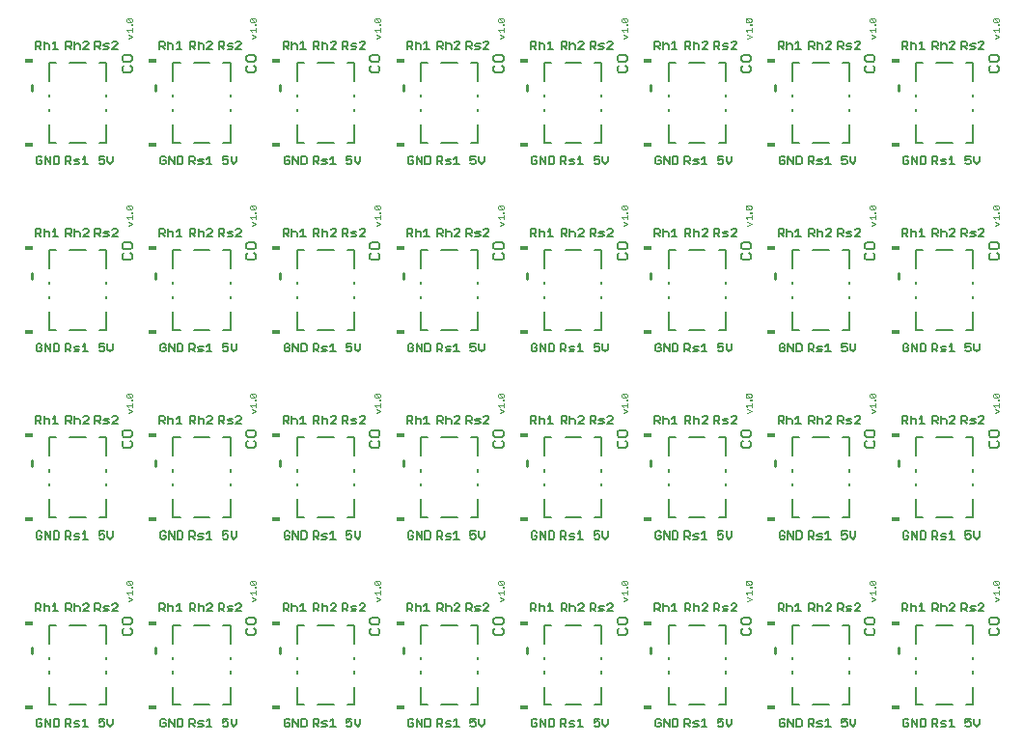
<source format=gto>
G75*
%MOIN*%
%OFA0B0*%
%FSLAX24Y24*%
%IPPOS*%
%LPD*%
%AMOC8*
5,1,8,0,0,1.08239X$1,22.5*
%
%ADD10C,0.0050*%
%ADD11C,0.0060*%
%ADD12C,0.0040*%
%ADD13R,0.0300X0.0180*%
%ADD14C,0.0100*%
D10*
X003403Y001160D02*
X003448Y001115D01*
X003538Y001115D01*
X003583Y001160D01*
X003583Y001250D01*
X003493Y001250D01*
X003583Y001340D02*
X003538Y001385D01*
X003448Y001385D01*
X003403Y001340D01*
X003403Y001160D01*
X003697Y001115D02*
X003697Y001385D01*
X003878Y001115D01*
X003878Y001385D01*
X003992Y001385D02*
X003992Y001115D01*
X004127Y001115D01*
X004172Y001160D01*
X004172Y001340D01*
X004127Y001385D01*
X003992Y001385D01*
X004403Y001385D02*
X004403Y001115D01*
X004403Y001205D02*
X004538Y001205D01*
X004583Y001250D01*
X004583Y001340D01*
X004538Y001385D01*
X004403Y001385D01*
X004493Y001205D02*
X004583Y001115D01*
X004697Y001115D02*
X004833Y001115D01*
X004878Y001160D01*
X004833Y001205D01*
X004742Y001205D01*
X004697Y001250D01*
X004742Y001295D01*
X004878Y001295D01*
X004992Y001295D02*
X005082Y001385D01*
X005082Y001115D01*
X004992Y001115D02*
X005172Y001115D01*
X005553Y001160D02*
X005598Y001115D01*
X005688Y001115D01*
X005733Y001160D01*
X005733Y001250D01*
X005688Y001295D01*
X005643Y001295D01*
X005553Y001250D01*
X005553Y001385D01*
X005733Y001385D01*
X005847Y001385D02*
X005847Y001205D01*
X005938Y001115D01*
X006028Y001205D01*
X006028Y001385D01*
X007678Y001340D02*
X007678Y001160D01*
X007723Y001115D01*
X007814Y001115D01*
X007859Y001160D01*
X007859Y001250D01*
X007768Y001250D01*
X007678Y001340D02*
X007723Y001385D01*
X007814Y001385D01*
X007859Y001340D01*
X007973Y001385D02*
X008153Y001115D01*
X008153Y001385D01*
X008268Y001385D02*
X008403Y001385D01*
X008448Y001340D01*
X008448Y001160D01*
X008403Y001115D01*
X008268Y001115D01*
X008268Y001385D01*
X007973Y001385D02*
X007973Y001115D01*
X008678Y001115D02*
X008678Y001385D01*
X008814Y001385D01*
X008859Y001340D01*
X008859Y001250D01*
X008814Y001205D01*
X008678Y001205D01*
X008768Y001205D02*
X008859Y001115D01*
X008973Y001115D02*
X009108Y001115D01*
X009153Y001160D01*
X009108Y001205D01*
X009018Y001205D01*
X008973Y001250D01*
X009018Y001295D01*
X009153Y001295D01*
X009268Y001295D02*
X009358Y001385D01*
X009358Y001115D01*
X009268Y001115D02*
X009448Y001115D01*
X009828Y001160D02*
X009873Y001115D01*
X009964Y001115D01*
X010009Y001160D01*
X010009Y001250D01*
X009964Y001295D01*
X009918Y001295D01*
X009828Y001250D01*
X009828Y001385D01*
X010009Y001385D01*
X010123Y001385D02*
X010123Y001205D01*
X010213Y001115D01*
X010303Y001205D01*
X010303Y001385D01*
X011954Y001340D02*
X011954Y001160D01*
X011999Y001115D01*
X012089Y001115D01*
X012134Y001160D01*
X012134Y001250D01*
X012044Y001250D01*
X011954Y001340D02*
X011999Y001385D01*
X012089Y001385D01*
X012134Y001340D01*
X012249Y001385D02*
X012429Y001115D01*
X012429Y001385D01*
X012543Y001385D02*
X012678Y001385D01*
X012723Y001340D01*
X012723Y001160D01*
X012678Y001115D01*
X012543Y001115D01*
X012543Y001385D01*
X012249Y001385D02*
X012249Y001115D01*
X012954Y001115D02*
X012954Y001385D01*
X013089Y001385D01*
X013134Y001340D01*
X013134Y001250D01*
X013089Y001205D01*
X012954Y001205D01*
X013044Y001205D02*
X013134Y001115D01*
X013249Y001115D02*
X013384Y001115D01*
X013429Y001160D01*
X013384Y001205D01*
X013294Y001205D01*
X013249Y001250D01*
X013294Y001295D01*
X013429Y001295D01*
X013543Y001295D02*
X013633Y001385D01*
X013633Y001115D01*
X013543Y001115D02*
X013723Y001115D01*
X014104Y001160D02*
X014149Y001115D01*
X014239Y001115D01*
X014284Y001160D01*
X014284Y001250D01*
X014239Y001295D01*
X014194Y001295D01*
X014104Y001250D01*
X014104Y001385D01*
X014284Y001385D01*
X014399Y001385D02*
X014399Y001205D01*
X014489Y001115D01*
X014579Y001205D01*
X014579Y001385D01*
X016230Y001340D02*
X016230Y001160D01*
X016275Y001115D01*
X016365Y001115D01*
X016410Y001160D01*
X016410Y001250D01*
X016320Y001250D01*
X016410Y001340D02*
X016365Y001385D01*
X016275Y001385D01*
X016230Y001340D01*
X016524Y001385D02*
X016704Y001115D01*
X016704Y001385D01*
X016819Y001385D02*
X016954Y001385D01*
X016999Y001340D01*
X016999Y001160D01*
X016954Y001115D01*
X016819Y001115D01*
X016819Y001385D01*
X016524Y001385D02*
X016524Y001115D01*
X017230Y001115D02*
X017230Y001385D01*
X017365Y001385D01*
X017410Y001340D01*
X017410Y001250D01*
X017365Y001205D01*
X017230Y001205D01*
X017320Y001205D02*
X017410Y001115D01*
X017524Y001115D02*
X017659Y001115D01*
X017704Y001160D01*
X017659Y001205D01*
X017569Y001205D01*
X017524Y001250D01*
X017569Y001295D01*
X017704Y001295D01*
X017819Y001295D02*
X017909Y001385D01*
X017909Y001115D01*
X017819Y001115D02*
X017999Y001115D01*
X018380Y001160D02*
X018425Y001115D01*
X018515Y001115D01*
X018560Y001160D01*
X018560Y001250D01*
X018515Y001295D01*
X018470Y001295D01*
X018380Y001250D01*
X018380Y001385D01*
X018560Y001385D01*
X018674Y001385D02*
X018674Y001205D01*
X018764Y001115D01*
X018854Y001205D01*
X018854Y001385D01*
X020505Y001340D02*
X020505Y001160D01*
X020550Y001115D01*
X020640Y001115D01*
X020685Y001160D01*
X020685Y001250D01*
X020595Y001250D01*
X020505Y001340D02*
X020550Y001385D01*
X020640Y001385D01*
X020685Y001340D01*
X020800Y001385D02*
X020980Y001115D01*
X020980Y001385D01*
X021094Y001385D02*
X021230Y001385D01*
X021275Y001340D01*
X021275Y001160D01*
X021230Y001115D01*
X021094Y001115D01*
X021094Y001385D01*
X020800Y001385D02*
X020800Y001115D01*
X021505Y001115D02*
X021505Y001385D01*
X021640Y001385D01*
X021685Y001340D01*
X021685Y001250D01*
X021640Y001205D01*
X021505Y001205D01*
X021595Y001205D02*
X021685Y001115D01*
X021800Y001115D02*
X021935Y001115D01*
X021980Y001160D01*
X021935Y001205D01*
X021845Y001205D01*
X021800Y001250D01*
X021845Y001295D01*
X021980Y001295D01*
X022094Y001295D02*
X022185Y001385D01*
X022185Y001115D01*
X022275Y001115D02*
X022094Y001115D01*
X022655Y001160D02*
X022700Y001115D01*
X022790Y001115D01*
X022835Y001160D01*
X022835Y001250D01*
X022790Y001295D01*
X022745Y001295D01*
X022655Y001250D01*
X022655Y001385D01*
X022835Y001385D01*
X022950Y001385D02*
X022950Y001205D01*
X023040Y001115D01*
X023130Y001205D01*
X023130Y001385D01*
X024781Y001340D02*
X024781Y001160D01*
X024826Y001115D01*
X024916Y001115D01*
X024961Y001160D01*
X024961Y001250D01*
X024871Y001250D01*
X024961Y001340D02*
X024916Y001385D01*
X024826Y001385D01*
X024781Y001340D01*
X025075Y001385D02*
X025256Y001115D01*
X025256Y001385D01*
X025370Y001385D02*
X025370Y001115D01*
X025505Y001115D01*
X025550Y001160D01*
X025550Y001340D01*
X025505Y001385D01*
X025370Y001385D01*
X025075Y001385D02*
X025075Y001115D01*
X025781Y001115D02*
X025781Y001385D01*
X025916Y001385D01*
X025961Y001340D01*
X025961Y001250D01*
X025916Y001205D01*
X025781Y001205D01*
X025871Y001205D02*
X025961Y001115D01*
X026075Y001115D02*
X026211Y001115D01*
X026256Y001160D01*
X026211Y001205D01*
X026120Y001205D01*
X026075Y001250D01*
X026120Y001295D01*
X026256Y001295D01*
X026370Y001295D02*
X026460Y001385D01*
X026460Y001115D01*
X026370Y001115D02*
X026550Y001115D01*
X026931Y001160D02*
X026976Y001115D01*
X027066Y001115D01*
X027111Y001160D01*
X027111Y001250D01*
X027066Y001295D01*
X027021Y001295D01*
X026931Y001250D01*
X026931Y001385D01*
X027111Y001385D01*
X027225Y001385D02*
X027225Y001205D01*
X027315Y001115D01*
X027406Y001205D01*
X027406Y001385D01*
X029056Y001340D02*
X029056Y001160D01*
X029101Y001115D01*
X029191Y001115D01*
X029236Y001160D01*
X029236Y001250D01*
X029146Y001250D01*
X029056Y001340D02*
X029101Y001385D01*
X029191Y001385D01*
X029236Y001340D01*
X029351Y001385D02*
X029531Y001115D01*
X029531Y001385D01*
X029646Y001385D02*
X029646Y001115D01*
X029781Y001115D01*
X029826Y001160D01*
X029826Y001340D01*
X029781Y001385D01*
X029646Y001385D01*
X029351Y001385D02*
X029351Y001115D01*
X030056Y001115D02*
X030056Y001385D01*
X030191Y001385D01*
X030236Y001340D01*
X030236Y001250D01*
X030191Y001205D01*
X030056Y001205D01*
X030146Y001205D02*
X030236Y001115D01*
X030351Y001115D02*
X030486Y001115D01*
X030531Y001160D01*
X030486Y001205D01*
X030396Y001205D01*
X030351Y001250D01*
X030396Y001295D01*
X030531Y001295D01*
X030646Y001295D02*
X030736Y001385D01*
X030736Y001115D01*
X030646Y001115D02*
X030826Y001115D01*
X031206Y001160D02*
X031251Y001115D01*
X031341Y001115D01*
X031386Y001160D01*
X031386Y001250D01*
X031341Y001295D01*
X031296Y001295D01*
X031206Y001250D01*
X031206Y001385D01*
X031386Y001385D01*
X031501Y001385D02*
X031501Y001205D01*
X031591Y001115D01*
X031681Y001205D01*
X031681Y001385D01*
X033332Y001340D02*
X033332Y001160D01*
X033377Y001115D01*
X033467Y001115D01*
X033512Y001160D01*
X033512Y001250D01*
X033422Y001250D01*
X033332Y001340D02*
X033377Y001385D01*
X033467Y001385D01*
X033512Y001340D01*
X033627Y001385D02*
X033807Y001115D01*
X033807Y001385D01*
X033921Y001385D02*
X034056Y001385D01*
X034101Y001340D01*
X034101Y001160D01*
X034056Y001115D01*
X033921Y001115D01*
X033921Y001385D01*
X033627Y001385D02*
X033627Y001115D01*
X034332Y001115D02*
X034332Y001385D01*
X034467Y001385D01*
X034512Y001340D01*
X034512Y001250D01*
X034467Y001205D01*
X034332Y001205D01*
X034422Y001205D02*
X034512Y001115D01*
X034627Y001115D02*
X034762Y001115D01*
X034807Y001160D01*
X034762Y001205D01*
X034672Y001205D01*
X034627Y001250D01*
X034672Y001295D01*
X034807Y001295D01*
X034921Y001295D02*
X035011Y001385D01*
X035011Y001115D01*
X034921Y001115D02*
X035101Y001115D01*
X035482Y001160D02*
X035527Y001115D01*
X035617Y001115D01*
X035662Y001160D01*
X035662Y001250D01*
X035617Y001295D01*
X035572Y001295D01*
X035482Y001250D01*
X035482Y001385D01*
X035662Y001385D01*
X035777Y001385D02*
X035777Y001205D01*
X035867Y001115D01*
X035957Y001205D01*
X035957Y001385D01*
X035937Y005095D02*
X036117Y005275D01*
X036117Y005320D01*
X036072Y005365D01*
X035982Y005365D01*
X035937Y005320D01*
X035823Y005275D02*
X035688Y005275D01*
X035643Y005230D01*
X035688Y005185D01*
X035778Y005185D01*
X035823Y005140D01*
X035778Y005095D01*
X035643Y005095D01*
X035528Y005095D02*
X035438Y005185D01*
X035483Y005185D02*
X035348Y005185D01*
X035348Y005095D02*
X035348Y005365D01*
X035483Y005365D01*
X035528Y005320D01*
X035528Y005230D01*
X035483Y005185D01*
X035117Y005095D02*
X034937Y005095D01*
X035117Y005275D01*
X035117Y005320D01*
X035072Y005365D01*
X034982Y005365D01*
X034937Y005320D01*
X034823Y005230D02*
X034823Y005095D01*
X034823Y005230D02*
X034778Y005275D01*
X034688Y005275D01*
X034643Y005230D01*
X034528Y005230D02*
X034483Y005185D01*
X034348Y005185D01*
X034348Y005095D02*
X034348Y005365D01*
X034483Y005365D01*
X034528Y005320D01*
X034528Y005230D01*
X034438Y005185D02*
X034528Y005095D01*
X034643Y005095D02*
X034643Y005365D01*
X034067Y005095D02*
X033887Y005095D01*
X033977Y005095D02*
X033977Y005365D01*
X033887Y005275D01*
X033773Y005230D02*
X033773Y005095D01*
X033773Y005230D02*
X033728Y005275D01*
X033638Y005275D01*
X033593Y005230D01*
X033478Y005230D02*
X033433Y005185D01*
X033298Y005185D01*
X033298Y005095D02*
X033298Y005365D01*
X033433Y005365D01*
X033478Y005320D01*
X033478Y005230D01*
X033388Y005185D02*
X033478Y005095D01*
X033593Y005095D02*
X033593Y005365D01*
X031842Y005320D02*
X031797Y005365D01*
X031707Y005365D01*
X031662Y005320D01*
X031547Y005275D02*
X031412Y005275D01*
X031367Y005230D01*
X031412Y005185D01*
X031502Y005185D01*
X031547Y005140D01*
X031502Y005095D01*
X031367Y005095D01*
X031253Y005095D02*
X031162Y005185D01*
X031207Y005185D02*
X031072Y005185D01*
X031072Y005095D02*
X031072Y005365D01*
X031207Y005365D01*
X031253Y005320D01*
X031253Y005230D01*
X031207Y005185D01*
X030842Y005095D02*
X030662Y005095D01*
X030842Y005275D01*
X030842Y005320D01*
X030797Y005365D01*
X030707Y005365D01*
X030662Y005320D01*
X030547Y005230D02*
X030547Y005095D01*
X030547Y005230D02*
X030502Y005275D01*
X030412Y005275D01*
X030367Y005230D01*
X030253Y005230D02*
X030207Y005185D01*
X030072Y005185D01*
X030072Y005095D02*
X030072Y005365D01*
X030207Y005365D01*
X030253Y005320D01*
X030253Y005230D01*
X030162Y005185D02*
X030253Y005095D01*
X030367Y005095D02*
X030367Y005365D01*
X029792Y005095D02*
X029612Y005095D01*
X029702Y005095D02*
X029702Y005365D01*
X029612Y005275D01*
X029497Y005230D02*
X029497Y005095D01*
X029497Y005230D02*
X029452Y005275D01*
X029362Y005275D01*
X029317Y005230D01*
X029203Y005230D02*
X029157Y005185D01*
X029022Y005185D01*
X029022Y005095D02*
X029022Y005365D01*
X029157Y005365D01*
X029203Y005320D01*
X029203Y005230D01*
X029112Y005185D02*
X029203Y005095D01*
X029317Y005095D02*
X029317Y005365D01*
X027566Y005320D02*
X027521Y005365D01*
X027431Y005365D01*
X027386Y005320D01*
X027272Y005275D02*
X027136Y005275D01*
X027091Y005230D01*
X027136Y005185D01*
X027227Y005185D01*
X027272Y005140D01*
X027227Y005095D01*
X027091Y005095D01*
X026977Y005095D02*
X026887Y005185D01*
X026932Y005185D02*
X026797Y005185D01*
X026797Y005095D02*
X026797Y005365D01*
X026932Y005365D01*
X026977Y005320D01*
X026977Y005230D01*
X026932Y005185D01*
X026566Y005095D02*
X026386Y005095D01*
X026566Y005275D01*
X026566Y005320D01*
X026521Y005365D01*
X026431Y005365D01*
X026386Y005320D01*
X026272Y005230D02*
X026272Y005095D01*
X026272Y005230D02*
X026227Y005275D01*
X026136Y005275D01*
X026091Y005230D01*
X025977Y005230D02*
X025932Y005185D01*
X025797Y005185D01*
X025887Y005185D02*
X025977Y005095D01*
X026091Y005095D02*
X026091Y005365D01*
X025977Y005320D02*
X025977Y005230D01*
X025977Y005320D02*
X025932Y005365D01*
X025797Y005365D01*
X025797Y005095D01*
X025516Y005095D02*
X025336Y005095D01*
X025426Y005095D02*
X025426Y005365D01*
X025336Y005275D01*
X025222Y005230D02*
X025222Y005095D01*
X025222Y005230D02*
X025177Y005275D01*
X025086Y005275D01*
X025041Y005230D01*
X024927Y005230D02*
X024882Y005185D01*
X024747Y005185D01*
X024837Y005185D02*
X024927Y005095D01*
X025041Y005095D02*
X025041Y005365D01*
X024927Y005320D02*
X024927Y005230D01*
X024927Y005320D02*
X024882Y005365D01*
X024747Y005365D01*
X024747Y005095D01*
X023291Y005095D02*
X023111Y005095D01*
X023291Y005275D01*
X023291Y005320D01*
X023246Y005365D01*
X023156Y005365D01*
X023111Y005320D01*
X022996Y005275D02*
X022861Y005275D01*
X022816Y005230D01*
X022861Y005185D01*
X022951Y005185D01*
X022996Y005140D01*
X022951Y005095D01*
X022816Y005095D01*
X022701Y005095D02*
X022611Y005185D01*
X022656Y005185D02*
X022521Y005185D01*
X022521Y005095D02*
X022521Y005365D01*
X022656Y005365D01*
X022701Y005320D01*
X022701Y005230D01*
X022656Y005185D01*
X022291Y005095D02*
X022111Y005095D01*
X022291Y005275D01*
X022291Y005320D01*
X022246Y005365D01*
X022156Y005365D01*
X022111Y005320D01*
X021996Y005230D02*
X021996Y005095D01*
X021996Y005230D02*
X021951Y005275D01*
X021861Y005275D01*
X021816Y005230D01*
X021701Y005230D02*
X021656Y005185D01*
X021521Y005185D01*
X021521Y005095D02*
X021521Y005365D01*
X021656Y005365D01*
X021701Y005320D01*
X021701Y005230D01*
X021611Y005185D02*
X021701Y005095D01*
X021816Y005095D02*
X021816Y005365D01*
X021241Y005095D02*
X021061Y005095D01*
X021151Y005095D02*
X021151Y005365D01*
X021061Y005275D01*
X020946Y005230D02*
X020946Y005095D01*
X020946Y005230D02*
X020901Y005275D01*
X020811Y005275D01*
X020766Y005230D01*
X020651Y005230D02*
X020606Y005185D01*
X020471Y005185D01*
X020471Y005095D02*
X020471Y005365D01*
X020606Y005365D01*
X020651Y005320D01*
X020651Y005230D01*
X020561Y005185D02*
X020651Y005095D01*
X020766Y005095D02*
X020766Y005365D01*
X019015Y005320D02*
X018970Y005365D01*
X018880Y005365D01*
X018835Y005320D01*
X018720Y005275D02*
X018585Y005275D01*
X018540Y005230D01*
X018585Y005185D01*
X018675Y005185D01*
X018720Y005140D01*
X018675Y005095D01*
X018540Y005095D01*
X018426Y005095D02*
X018336Y005185D01*
X018381Y005185D02*
X018246Y005185D01*
X018246Y005095D02*
X018246Y005365D01*
X018381Y005365D01*
X018426Y005320D01*
X018426Y005230D01*
X018381Y005185D01*
X018015Y005095D02*
X017835Y005095D01*
X018015Y005275D01*
X018015Y005320D01*
X017970Y005365D01*
X017880Y005365D01*
X017835Y005320D01*
X017720Y005230D02*
X017720Y005095D01*
X017720Y005230D02*
X017675Y005275D01*
X017585Y005275D01*
X017540Y005230D01*
X017426Y005230D02*
X017381Y005185D01*
X017246Y005185D01*
X017336Y005185D02*
X017426Y005095D01*
X017540Y005095D02*
X017540Y005365D01*
X017426Y005320D02*
X017426Y005230D01*
X017426Y005320D02*
X017381Y005365D01*
X017246Y005365D01*
X017246Y005095D01*
X016965Y005095D02*
X016785Y005095D01*
X016875Y005095D02*
X016875Y005365D01*
X016785Y005275D01*
X016670Y005230D02*
X016670Y005095D01*
X016670Y005230D02*
X016625Y005275D01*
X016535Y005275D01*
X016490Y005230D01*
X016376Y005230D02*
X016331Y005185D01*
X016196Y005185D01*
X016286Y005185D02*
X016376Y005095D01*
X016490Y005095D02*
X016490Y005365D01*
X016376Y005320D02*
X016376Y005230D01*
X016376Y005320D02*
X016331Y005365D01*
X016196Y005365D01*
X016196Y005095D01*
X014739Y005095D02*
X014559Y005095D01*
X014739Y005275D01*
X014739Y005320D01*
X014694Y005365D01*
X014604Y005365D01*
X014559Y005320D01*
X014445Y005275D02*
X014310Y005275D01*
X014265Y005230D01*
X014310Y005185D01*
X014400Y005185D01*
X014445Y005140D01*
X014400Y005095D01*
X014265Y005095D01*
X014150Y005095D02*
X014060Y005185D01*
X014105Y005185D02*
X013970Y005185D01*
X013970Y005095D02*
X013970Y005365D01*
X014105Y005365D01*
X014150Y005320D01*
X014150Y005230D01*
X014105Y005185D01*
X013739Y005095D02*
X013559Y005095D01*
X013739Y005275D01*
X013739Y005320D01*
X013694Y005365D01*
X013604Y005365D01*
X013559Y005320D01*
X013445Y005230D02*
X013445Y005095D01*
X013445Y005230D02*
X013400Y005275D01*
X013310Y005275D01*
X013265Y005230D01*
X013150Y005230D02*
X013105Y005185D01*
X012970Y005185D01*
X012970Y005095D02*
X012970Y005365D01*
X013105Y005365D01*
X013150Y005320D01*
X013150Y005230D01*
X013060Y005185D02*
X013150Y005095D01*
X013265Y005095D02*
X013265Y005365D01*
X012689Y005095D02*
X012509Y005095D01*
X012599Y005095D02*
X012599Y005365D01*
X012509Y005275D01*
X012395Y005230D02*
X012395Y005095D01*
X012395Y005230D02*
X012350Y005275D01*
X012260Y005275D01*
X012215Y005230D01*
X012100Y005230D02*
X012055Y005185D01*
X011920Y005185D01*
X011920Y005095D02*
X011920Y005365D01*
X012055Y005365D01*
X012100Y005320D01*
X012100Y005230D01*
X012010Y005185D02*
X012100Y005095D01*
X012215Y005095D02*
X012215Y005365D01*
X010464Y005320D02*
X010419Y005365D01*
X010329Y005365D01*
X010284Y005320D01*
X010169Y005275D02*
X010034Y005275D01*
X009989Y005230D01*
X010034Y005185D01*
X010124Y005185D01*
X010169Y005140D01*
X010124Y005095D01*
X009989Y005095D01*
X009875Y005095D02*
X009785Y005185D01*
X009830Y005185D02*
X009694Y005185D01*
X009694Y005095D02*
X009694Y005365D01*
X009830Y005365D01*
X009875Y005320D01*
X009875Y005230D01*
X009830Y005185D01*
X009464Y005095D02*
X009284Y005095D01*
X009464Y005275D01*
X009464Y005320D01*
X009419Y005365D01*
X009329Y005365D01*
X009284Y005320D01*
X009169Y005230D02*
X009169Y005095D01*
X009169Y005230D02*
X009124Y005275D01*
X009034Y005275D01*
X008989Y005230D01*
X008875Y005230D02*
X008830Y005185D01*
X008694Y005185D01*
X008694Y005095D02*
X008694Y005365D01*
X008830Y005365D01*
X008875Y005320D01*
X008875Y005230D01*
X008785Y005185D02*
X008875Y005095D01*
X008989Y005095D02*
X008989Y005365D01*
X008414Y005095D02*
X008234Y005095D01*
X008324Y005095D02*
X008324Y005365D01*
X008234Y005275D01*
X008119Y005230D02*
X008119Y005095D01*
X008119Y005230D02*
X008074Y005275D01*
X007984Y005275D01*
X007939Y005230D01*
X007825Y005230D02*
X007780Y005185D01*
X007644Y005185D01*
X007644Y005095D02*
X007644Y005365D01*
X007780Y005365D01*
X007825Y005320D01*
X007825Y005230D01*
X007735Y005185D02*
X007825Y005095D01*
X007939Y005095D02*
X007939Y005365D01*
X006188Y005320D02*
X006143Y005365D01*
X006053Y005365D01*
X006008Y005320D01*
X005894Y005275D02*
X005759Y005275D01*
X005713Y005230D01*
X005759Y005185D01*
X005849Y005185D01*
X005894Y005140D01*
X005849Y005095D01*
X005713Y005095D01*
X005599Y005095D02*
X005509Y005185D01*
X005554Y005185D02*
X005419Y005185D01*
X005419Y005095D02*
X005419Y005365D01*
X005554Y005365D01*
X005599Y005320D01*
X005599Y005230D01*
X005554Y005185D01*
X005188Y005095D02*
X005008Y005095D01*
X005188Y005275D01*
X005188Y005320D01*
X005143Y005365D01*
X005053Y005365D01*
X005008Y005320D01*
X004894Y005230D02*
X004894Y005095D01*
X004894Y005230D02*
X004849Y005275D01*
X004759Y005275D01*
X004713Y005230D01*
X004599Y005230D02*
X004554Y005185D01*
X004419Y005185D01*
X004509Y005185D02*
X004599Y005095D01*
X004713Y005095D02*
X004713Y005365D01*
X004599Y005320D02*
X004599Y005230D01*
X004599Y005320D02*
X004554Y005365D01*
X004419Y005365D01*
X004419Y005095D01*
X004138Y005095D02*
X003958Y005095D01*
X004048Y005095D02*
X004048Y005365D01*
X003958Y005275D01*
X003844Y005230D02*
X003844Y005095D01*
X003844Y005230D02*
X003799Y005275D01*
X003709Y005275D01*
X003663Y005230D01*
X003549Y005230D02*
X003504Y005185D01*
X003369Y005185D01*
X003459Y005185D02*
X003549Y005095D01*
X003663Y005095D02*
X003663Y005365D01*
X003549Y005320D02*
X003549Y005230D01*
X003549Y005320D02*
X003504Y005365D01*
X003369Y005365D01*
X003369Y005095D01*
X006008Y005095D02*
X006188Y005275D01*
X006188Y005320D01*
X006188Y005095D02*
X006008Y005095D01*
X005938Y007591D02*
X005847Y007681D01*
X005847Y007861D01*
X005733Y007861D02*
X005553Y007861D01*
X005553Y007726D01*
X005643Y007771D01*
X005688Y007771D01*
X005733Y007726D01*
X005733Y007636D01*
X005688Y007591D01*
X005598Y007591D01*
X005553Y007636D01*
X005172Y007591D02*
X004992Y007591D01*
X005082Y007591D02*
X005082Y007861D01*
X004992Y007771D01*
X004878Y007771D02*
X004742Y007771D01*
X004697Y007726D01*
X004742Y007681D01*
X004833Y007681D01*
X004878Y007636D01*
X004833Y007591D01*
X004697Y007591D01*
X004583Y007591D02*
X004493Y007681D01*
X004538Y007681D02*
X004403Y007681D01*
X004403Y007591D02*
X004403Y007861D01*
X004538Y007861D01*
X004583Y007816D01*
X004583Y007726D01*
X004538Y007681D01*
X004172Y007636D02*
X004172Y007816D01*
X004127Y007861D01*
X003992Y007861D01*
X003992Y007591D01*
X004127Y007591D01*
X004172Y007636D01*
X003878Y007591D02*
X003878Y007861D01*
X003697Y007861D02*
X003878Y007591D01*
X003697Y007591D02*
X003697Y007861D01*
X003583Y007816D02*
X003538Y007861D01*
X003448Y007861D01*
X003403Y007816D01*
X003403Y007636D01*
X003448Y007591D01*
X003538Y007591D01*
X003583Y007636D01*
X003583Y007726D01*
X003493Y007726D01*
X005938Y007591D02*
X006028Y007681D01*
X006028Y007861D01*
X007678Y007816D02*
X007678Y007636D01*
X007723Y007591D01*
X007814Y007591D01*
X007859Y007636D01*
X007859Y007726D01*
X007768Y007726D01*
X007678Y007816D02*
X007723Y007861D01*
X007814Y007861D01*
X007859Y007816D01*
X007973Y007861D02*
X008153Y007591D01*
X008153Y007861D01*
X008268Y007861D02*
X008403Y007861D01*
X008448Y007816D01*
X008448Y007636D01*
X008403Y007591D01*
X008268Y007591D01*
X008268Y007861D01*
X007973Y007861D02*
X007973Y007591D01*
X008678Y007591D02*
X008678Y007861D01*
X008814Y007861D01*
X008859Y007816D01*
X008859Y007726D01*
X008814Y007681D01*
X008678Y007681D01*
X008768Y007681D02*
X008859Y007591D01*
X008973Y007591D02*
X009108Y007591D01*
X009153Y007636D01*
X009108Y007681D01*
X009018Y007681D01*
X008973Y007726D01*
X009018Y007771D01*
X009153Y007771D01*
X009268Y007771D02*
X009358Y007861D01*
X009358Y007591D01*
X009268Y007591D02*
X009448Y007591D01*
X009828Y007636D02*
X009873Y007591D01*
X009964Y007591D01*
X010009Y007636D01*
X010009Y007726D01*
X009964Y007771D01*
X009918Y007771D01*
X009828Y007726D01*
X009828Y007861D01*
X010009Y007861D01*
X010123Y007861D02*
X010123Y007681D01*
X010213Y007591D01*
X010303Y007681D01*
X010303Y007861D01*
X011954Y007816D02*
X011954Y007636D01*
X011999Y007591D01*
X012089Y007591D01*
X012134Y007636D01*
X012134Y007726D01*
X012044Y007726D01*
X011954Y007816D02*
X011999Y007861D01*
X012089Y007861D01*
X012134Y007816D01*
X012249Y007861D02*
X012429Y007591D01*
X012429Y007861D01*
X012543Y007861D02*
X012678Y007861D01*
X012723Y007816D01*
X012723Y007636D01*
X012678Y007591D01*
X012543Y007591D01*
X012543Y007861D01*
X012249Y007861D02*
X012249Y007591D01*
X012954Y007591D02*
X012954Y007861D01*
X013089Y007861D01*
X013134Y007816D01*
X013134Y007726D01*
X013089Y007681D01*
X012954Y007681D01*
X013044Y007681D02*
X013134Y007591D01*
X013249Y007591D02*
X013384Y007591D01*
X013429Y007636D01*
X013384Y007681D01*
X013294Y007681D01*
X013249Y007726D01*
X013294Y007771D01*
X013429Y007771D01*
X013543Y007771D02*
X013633Y007861D01*
X013633Y007591D01*
X013543Y007591D02*
X013723Y007591D01*
X014104Y007636D02*
X014149Y007591D01*
X014239Y007591D01*
X014284Y007636D01*
X014284Y007726D01*
X014239Y007771D01*
X014194Y007771D01*
X014104Y007726D01*
X014104Y007861D01*
X014284Y007861D01*
X014399Y007861D02*
X014399Y007681D01*
X014489Y007591D01*
X014579Y007681D01*
X014579Y007861D01*
X016230Y007816D02*
X016230Y007636D01*
X016275Y007591D01*
X016365Y007591D01*
X016410Y007636D01*
X016410Y007726D01*
X016320Y007726D01*
X016410Y007816D02*
X016365Y007861D01*
X016275Y007861D01*
X016230Y007816D01*
X016524Y007861D02*
X016704Y007591D01*
X016704Y007861D01*
X016819Y007861D02*
X016954Y007861D01*
X016999Y007816D01*
X016999Y007636D01*
X016954Y007591D01*
X016819Y007591D01*
X016819Y007861D01*
X016524Y007861D02*
X016524Y007591D01*
X017230Y007591D02*
X017230Y007861D01*
X017365Y007861D01*
X017410Y007816D01*
X017410Y007726D01*
X017365Y007681D01*
X017230Y007681D01*
X017320Y007681D02*
X017410Y007591D01*
X017524Y007591D02*
X017659Y007591D01*
X017704Y007636D01*
X017659Y007681D01*
X017569Y007681D01*
X017524Y007726D01*
X017569Y007771D01*
X017704Y007771D01*
X017819Y007771D02*
X017909Y007861D01*
X017909Y007591D01*
X017819Y007591D02*
X017999Y007591D01*
X018380Y007636D02*
X018425Y007591D01*
X018515Y007591D01*
X018560Y007636D01*
X018560Y007726D01*
X018515Y007771D01*
X018470Y007771D01*
X018380Y007726D01*
X018380Y007861D01*
X018560Y007861D01*
X018674Y007861D02*
X018674Y007681D01*
X018764Y007591D01*
X018854Y007681D01*
X018854Y007861D01*
X020505Y007816D02*
X020505Y007636D01*
X020550Y007591D01*
X020640Y007591D01*
X020685Y007636D01*
X020685Y007726D01*
X020595Y007726D01*
X020505Y007816D02*
X020550Y007861D01*
X020640Y007861D01*
X020685Y007816D01*
X020800Y007861D02*
X020980Y007591D01*
X020980Y007861D01*
X021094Y007861D02*
X021230Y007861D01*
X021275Y007816D01*
X021275Y007636D01*
X021230Y007591D01*
X021094Y007591D01*
X021094Y007861D01*
X020800Y007861D02*
X020800Y007591D01*
X021505Y007591D02*
X021505Y007861D01*
X021640Y007861D01*
X021685Y007816D01*
X021685Y007726D01*
X021640Y007681D01*
X021505Y007681D01*
X021595Y007681D02*
X021685Y007591D01*
X021800Y007591D02*
X021935Y007591D01*
X021980Y007636D01*
X021935Y007681D01*
X021845Y007681D01*
X021800Y007726D01*
X021845Y007771D01*
X021980Y007771D01*
X022094Y007771D02*
X022185Y007861D01*
X022185Y007591D01*
X022275Y007591D02*
X022094Y007591D01*
X022655Y007636D02*
X022700Y007591D01*
X022790Y007591D01*
X022835Y007636D01*
X022835Y007726D01*
X022790Y007771D01*
X022745Y007771D01*
X022655Y007726D01*
X022655Y007861D01*
X022835Y007861D01*
X022950Y007861D02*
X022950Y007681D01*
X023040Y007591D01*
X023130Y007681D01*
X023130Y007861D01*
X024781Y007816D02*
X024781Y007636D01*
X024826Y007591D01*
X024916Y007591D01*
X024961Y007636D01*
X024961Y007726D01*
X024871Y007726D01*
X024961Y007816D02*
X024916Y007861D01*
X024826Y007861D01*
X024781Y007816D01*
X025075Y007861D02*
X025256Y007591D01*
X025256Y007861D01*
X025370Y007861D02*
X025370Y007591D01*
X025505Y007591D01*
X025550Y007636D01*
X025550Y007816D01*
X025505Y007861D01*
X025370Y007861D01*
X025075Y007861D02*
X025075Y007591D01*
X025781Y007591D02*
X025781Y007861D01*
X025916Y007861D01*
X025961Y007816D01*
X025961Y007726D01*
X025916Y007681D01*
X025781Y007681D01*
X025871Y007681D02*
X025961Y007591D01*
X026075Y007591D02*
X026211Y007591D01*
X026256Y007636D01*
X026211Y007681D01*
X026120Y007681D01*
X026075Y007726D01*
X026120Y007771D01*
X026256Y007771D01*
X026370Y007771D02*
X026460Y007861D01*
X026460Y007591D01*
X026370Y007591D02*
X026550Y007591D01*
X026931Y007636D02*
X026976Y007591D01*
X027066Y007591D01*
X027111Y007636D01*
X027111Y007726D01*
X027066Y007771D01*
X027021Y007771D01*
X026931Y007726D01*
X026931Y007861D01*
X027111Y007861D01*
X027225Y007861D02*
X027225Y007681D01*
X027315Y007591D01*
X027406Y007681D01*
X027406Y007861D01*
X029056Y007816D02*
X029056Y007636D01*
X029101Y007591D01*
X029191Y007591D01*
X029236Y007636D01*
X029236Y007726D01*
X029146Y007726D01*
X029056Y007816D02*
X029101Y007861D01*
X029191Y007861D01*
X029236Y007816D01*
X029351Y007861D02*
X029531Y007591D01*
X029531Y007861D01*
X029646Y007861D02*
X029646Y007591D01*
X029781Y007591D01*
X029826Y007636D01*
X029826Y007816D01*
X029781Y007861D01*
X029646Y007861D01*
X029351Y007861D02*
X029351Y007591D01*
X030056Y007591D02*
X030056Y007861D01*
X030191Y007861D01*
X030236Y007816D01*
X030236Y007726D01*
X030191Y007681D01*
X030056Y007681D01*
X030146Y007681D02*
X030236Y007591D01*
X030351Y007591D02*
X030486Y007591D01*
X030531Y007636D01*
X030486Y007681D01*
X030396Y007681D01*
X030351Y007726D01*
X030396Y007771D01*
X030531Y007771D01*
X030646Y007771D02*
X030736Y007861D01*
X030736Y007591D01*
X030646Y007591D02*
X030826Y007591D01*
X031206Y007636D02*
X031251Y007591D01*
X031341Y007591D01*
X031386Y007636D01*
X031386Y007726D01*
X031341Y007771D01*
X031296Y007771D01*
X031206Y007726D01*
X031206Y007861D01*
X031386Y007861D01*
X031501Y007861D02*
X031501Y007681D01*
X031591Y007591D01*
X031681Y007681D01*
X031681Y007861D01*
X033332Y007816D02*
X033332Y007636D01*
X033377Y007591D01*
X033467Y007591D01*
X033512Y007636D01*
X033512Y007726D01*
X033422Y007726D01*
X033332Y007816D02*
X033377Y007861D01*
X033467Y007861D01*
X033512Y007816D01*
X033627Y007861D02*
X033807Y007591D01*
X033807Y007861D01*
X033921Y007861D02*
X034056Y007861D01*
X034101Y007816D01*
X034101Y007636D01*
X034056Y007591D01*
X033921Y007591D01*
X033921Y007861D01*
X033627Y007861D02*
X033627Y007591D01*
X034332Y007591D02*
X034332Y007861D01*
X034467Y007861D01*
X034512Y007816D01*
X034512Y007726D01*
X034467Y007681D01*
X034332Y007681D01*
X034422Y007681D02*
X034512Y007591D01*
X034627Y007591D02*
X034762Y007591D01*
X034807Y007636D01*
X034762Y007681D01*
X034672Y007681D01*
X034627Y007726D01*
X034672Y007771D01*
X034807Y007771D01*
X034921Y007771D02*
X035011Y007861D01*
X035011Y007591D01*
X034921Y007591D02*
X035101Y007591D01*
X035482Y007636D02*
X035527Y007591D01*
X035617Y007591D01*
X035662Y007636D01*
X035662Y007726D01*
X035617Y007771D01*
X035572Y007771D01*
X035482Y007726D01*
X035482Y007861D01*
X035662Y007861D01*
X035777Y007861D02*
X035777Y007681D01*
X035867Y007591D01*
X035957Y007681D01*
X035957Y007861D01*
X035937Y005095D02*
X036117Y005095D01*
X031842Y005095D02*
X031662Y005095D01*
X031842Y005275D01*
X031842Y005320D01*
X027566Y005275D02*
X027566Y005320D01*
X027566Y005275D02*
X027386Y005095D01*
X027566Y005095D01*
X019015Y005095D02*
X018835Y005095D01*
X019015Y005275D01*
X019015Y005320D01*
X010464Y005275D02*
X010464Y005320D01*
X010464Y005275D02*
X010284Y005095D01*
X010464Y005095D01*
X010464Y011571D02*
X010284Y011571D01*
X010464Y011751D01*
X010464Y011796D01*
X010419Y011841D01*
X010329Y011841D01*
X010284Y011796D01*
X010169Y011751D02*
X010034Y011751D01*
X009989Y011706D01*
X010034Y011661D01*
X010124Y011661D01*
X010169Y011616D01*
X010124Y011571D01*
X009989Y011571D01*
X009875Y011571D02*
X009785Y011661D01*
X009830Y011661D02*
X009694Y011661D01*
X009694Y011571D02*
X009694Y011841D01*
X009830Y011841D01*
X009875Y011796D01*
X009875Y011706D01*
X009830Y011661D01*
X009464Y011751D02*
X009284Y011571D01*
X009464Y011571D01*
X009464Y011751D02*
X009464Y011796D01*
X009419Y011841D01*
X009329Y011841D01*
X009284Y011796D01*
X009169Y011706D02*
X009169Y011571D01*
X009169Y011706D02*
X009124Y011751D01*
X009034Y011751D01*
X008989Y011706D01*
X008875Y011706D02*
X008830Y011661D01*
X008694Y011661D01*
X008694Y011571D02*
X008694Y011841D01*
X008830Y011841D01*
X008875Y011796D01*
X008875Y011706D01*
X008785Y011661D02*
X008875Y011571D01*
X008989Y011571D02*
X008989Y011841D01*
X008414Y011571D02*
X008234Y011571D01*
X008324Y011571D02*
X008324Y011841D01*
X008234Y011751D01*
X008119Y011706D02*
X008119Y011571D01*
X008119Y011706D02*
X008074Y011751D01*
X007984Y011751D01*
X007939Y011706D01*
X007825Y011706D02*
X007780Y011661D01*
X007644Y011661D01*
X007644Y011571D02*
X007644Y011841D01*
X007780Y011841D01*
X007825Y011796D01*
X007825Y011706D01*
X007735Y011661D02*
X007825Y011571D01*
X007939Y011571D02*
X007939Y011841D01*
X006188Y011796D02*
X006143Y011841D01*
X006053Y011841D01*
X006008Y011796D01*
X005894Y011751D02*
X005759Y011751D01*
X005713Y011706D01*
X005759Y011661D01*
X005849Y011661D01*
X005894Y011616D01*
X005849Y011571D01*
X005713Y011571D01*
X005599Y011571D02*
X005509Y011661D01*
X005554Y011661D02*
X005419Y011661D01*
X005419Y011571D02*
X005419Y011841D01*
X005554Y011841D01*
X005599Y011796D01*
X005599Y011706D01*
X005554Y011661D01*
X005188Y011751D02*
X005188Y011796D01*
X005143Y011841D01*
X005053Y011841D01*
X005008Y011796D01*
X004894Y011706D02*
X004894Y011571D01*
X005008Y011571D02*
X005188Y011751D01*
X005188Y011571D02*
X005008Y011571D01*
X004894Y011706D02*
X004849Y011751D01*
X004759Y011751D01*
X004713Y011706D01*
X004599Y011706D02*
X004554Y011661D01*
X004419Y011661D01*
X004509Y011661D02*
X004599Y011571D01*
X004713Y011571D02*
X004713Y011841D01*
X004599Y011796D02*
X004599Y011706D01*
X004599Y011796D02*
X004554Y011841D01*
X004419Y011841D01*
X004419Y011571D01*
X004138Y011571D02*
X003958Y011571D01*
X004048Y011571D02*
X004048Y011841D01*
X003958Y011751D01*
X003844Y011706D02*
X003844Y011571D01*
X003844Y011706D02*
X003799Y011751D01*
X003709Y011751D01*
X003663Y011706D01*
X003549Y011706D02*
X003504Y011661D01*
X003369Y011661D01*
X003459Y011661D02*
X003549Y011571D01*
X003663Y011571D02*
X003663Y011841D01*
X003549Y011796D02*
X003549Y011706D01*
X003549Y011796D02*
X003504Y011841D01*
X003369Y011841D01*
X003369Y011571D01*
X006008Y011571D02*
X006188Y011751D01*
X006188Y011796D01*
X006188Y011571D02*
X006008Y011571D01*
X005938Y014066D02*
X005847Y014156D01*
X005847Y014336D01*
X005733Y014336D02*
X005553Y014336D01*
X005553Y014201D01*
X005643Y014246D01*
X005688Y014246D01*
X005733Y014201D01*
X005733Y014111D01*
X005688Y014066D01*
X005598Y014066D01*
X005553Y014111D01*
X005172Y014066D02*
X004992Y014066D01*
X005082Y014066D02*
X005082Y014336D01*
X004992Y014246D01*
X004878Y014246D02*
X004742Y014246D01*
X004697Y014201D01*
X004742Y014156D01*
X004833Y014156D01*
X004878Y014111D01*
X004833Y014066D01*
X004697Y014066D01*
X004583Y014066D02*
X004493Y014156D01*
X004538Y014156D02*
X004403Y014156D01*
X004403Y014066D02*
X004403Y014336D01*
X004538Y014336D01*
X004583Y014291D01*
X004583Y014201D01*
X004538Y014156D01*
X004172Y014111D02*
X004172Y014291D01*
X004127Y014336D01*
X003992Y014336D01*
X003992Y014066D01*
X004127Y014066D01*
X004172Y014111D01*
X003878Y014066D02*
X003878Y014336D01*
X003697Y014336D02*
X003878Y014066D01*
X003697Y014066D02*
X003697Y014336D01*
X003583Y014291D02*
X003538Y014336D01*
X003448Y014336D01*
X003403Y014291D01*
X003403Y014111D01*
X003448Y014066D01*
X003538Y014066D01*
X003583Y014111D01*
X003583Y014201D01*
X003493Y014201D01*
X005938Y014066D02*
X006028Y014156D01*
X006028Y014336D01*
X007678Y014291D02*
X007678Y014111D01*
X007723Y014066D01*
X007814Y014066D01*
X007859Y014111D01*
X007859Y014201D01*
X007768Y014201D01*
X007678Y014291D02*
X007723Y014336D01*
X007814Y014336D01*
X007859Y014291D01*
X007973Y014336D02*
X008153Y014066D01*
X008153Y014336D01*
X008268Y014336D02*
X008403Y014336D01*
X008448Y014291D01*
X008448Y014111D01*
X008403Y014066D01*
X008268Y014066D01*
X008268Y014336D01*
X007973Y014336D02*
X007973Y014066D01*
X008678Y014066D02*
X008678Y014336D01*
X008814Y014336D01*
X008859Y014291D01*
X008859Y014201D01*
X008814Y014156D01*
X008678Y014156D01*
X008768Y014156D02*
X008859Y014066D01*
X008973Y014066D02*
X009108Y014066D01*
X009153Y014111D01*
X009108Y014156D01*
X009018Y014156D01*
X008973Y014201D01*
X009018Y014246D01*
X009153Y014246D01*
X009268Y014246D02*
X009358Y014336D01*
X009358Y014066D01*
X009268Y014066D02*
X009448Y014066D01*
X009828Y014111D02*
X009873Y014066D01*
X009964Y014066D01*
X010009Y014111D01*
X010009Y014201D01*
X009964Y014246D01*
X009918Y014246D01*
X009828Y014201D01*
X009828Y014336D01*
X010009Y014336D01*
X010123Y014336D02*
X010123Y014156D01*
X010213Y014066D01*
X010303Y014156D01*
X010303Y014336D01*
X011954Y014291D02*
X011954Y014111D01*
X011999Y014066D01*
X012089Y014066D01*
X012134Y014111D01*
X012134Y014201D01*
X012044Y014201D01*
X011954Y014291D02*
X011999Y014336D01*
X012089Y014336D01*
X012134Y014291D01*
X012249Y014336D02*
X012429Y014066D01*
X012429Y014336D01*
X012543Y014336D02*
X012678Y014336D01*
X012723Y014291D01*
X012723Y014111D01*
X012678Y014066D01*
X012543Y014066D01*
X012543Y014336D01*
X012249Y014336D02*
X012249Y014066D01*
X012954Y014066D02*
X012954Y014336D01*
X013089Y014336D01*
X013134Y014291D01*
X013134Y014201D01*
X013089Y014156D01*
X012954Y014156D01*
X013044Y014156D02*
X013134Y014066D01*
X013249Y014066D02*
X013384Y014066D01*
X013429Y014111D01*
X013384Y014156D01*
X013294Y014156D01*
X013249Y014201D01*
X013294Y014246D01*
X013429Y014246D01*
X013543Y014246D02*
X013633Y014336D01*
X013633Y014066D01*
X013543Y014066D02*
X013723Y014066D01*
X014104Y014111D02*
X014149Y014066D01*
X014239Y014066D01*
X014284Y014111D01*
X014284Y014201D01*
X014239Y014246D01*
X014194Y014246D01*
X014104Y014201D01*
X014104Y014336D01*
X014284Y014336D01*
X014399Y014336D02*
X014399Y014156D01*
X014489Y014066D01*
X014579Y014156D01*
X014579Y014336D01*
X016230Y014291D02*
X016230Y014111D01*
X016275Y014066D01*
X016365Y014066D01*
X016410Y014111D01*
X016410Y014201D01*
X016320Y014201D01*
X016410Y014291D02*
X016365Y014336D01*
X016275Y014336D01*
X016230Y014291D01*
X016524Y014336D02*
X016704Y014066D01*
X016704Y014336D01*
X016819Y014336D02*
X016954Y014336D01*
X016999Y014291D01*
X016999Y014111D01*
X016954Y014066D01*
X016819Y014066D01*
X016819Y014336D01*
X016524Y014336D02*
X016524Y014066D01*
X017230Y014066D02*
X017230Y014336D01*
X017365Y014336D01*
X017410Y014291D01*
X017410Y014201D01*
X017365Y014156D01*
X017230Y014156D01*
X017320Y014156D02*
X017410Y014066D01*
X017524Y014066D02*
X017659Y014066D01*
X017704Y014111D01*
X017659Y014156D01*
X017569Y014156D01*
X017524Y014201D01*
X017569Y014246D01*
X017704Y014246D01*
X017819Y014246D02*
X017909Y014336D01*
X017909Y014066D01*
X017819Y014066D02*
X017999Y014066D01*
X018380Y014111D02*
X018425Y014066D01*
X018515Y014066D01*
X018560Y014111D01*
X018560Y014201D01*
X018515Y014246D01*
X018470Y014246D01*
X018380Y014201D01*
X018380Y014336D01*
X018560Y014336D01*
X018674Y014336D02*
X018674Y014156D01*
X018764Y014066D01*
X018854Y014156D01*
X018854Y014336D01*
X020505Y014291D02*
X020505Y014111D01*
X020550Y014066D01*
X020640Y014066D01*
X020685Y014111D01*
X020685Y014201D01*
X020595Y014201D01*
X020505Y014291D02*
X020550Y014336D01*
X020640Y014336D01*
X020685Y014291D01*
X020800Y014336D02*
X020980Y014066D01*
X020980Y014336D01*
X021094Y014336D02*
X021230Y014336D01*
X021275Y014291D01*
X021275Y014111D01*
X021230Y014066D01*
X021094Y014066D01*
X021094Y014336D01*
X020800Y014336D02*
X020800Y014066D01*
X021505Y014066D02*
X021505Y014336D01*
X021640Y014336D01*
X021685Y014291D01*
X021685Y014201D01*
X021640Y014156D01*
X021505Y014156D01*
X021595Y014156D02*
X021685Y014066D01*
X021800Y014066D02*
X021935Y014066D01*
X021980Y014111D01*
X021935Y014156D01*
X021845Y014156D01*
X021800Y014201D01*
X021845Y014246D01*
X021980Y014246D01*
X022094Y014246D02*
X022185Y014336D01*
X022185Y014066D01*
X022275Y014066D02*
X022094Y014066D01*
X022655Y014111D02*
X022700Y014066D01*
X022790Y014066D01*
X022835Y014111D01*
X022835Y014201D01*
X022790Y014246D01*
X022745Y014246D01*
X022655Y014201D01*
X022655Y014336D01*
X022835Y014336D01*
X022950Y014336D02*
X022950Y014156D01*
X023040Y014066D01*
X023130Y014156D01*
X023130Y014336D01*
X024781Y014291D02*
X024781Y014111D01*
X024826Y014066D01*
X024916Y014066D01*
X024961Y014111D01*
X024961Y014201D01*
X024871Y014201D01*
X024961Y014291D02*
X024916Y014336D01*
X024826Y014336D01*
X024781Y014291D01*
X025075Y014336D02*
X025256Y014066D01*
X025256Y014336D01*
X025370Y014336D02*
X025370Y014066D01*
X025505Y014066D01*
X025550Y014111D01*
X025550Y014291D01*
X025505Y014336D01*
X025370Y014336D01*
X025075Y014336D02*
X025075Y014066D01*
X025781Y014066D02*
X025781Y014336D01*
X025916Y014336D01*
X025961Y014291D01*
X025961Y014201D01*
X025916Y014156D01*
X025781Y014156D01*
X025871Y014156D02*
X025961Y014066D01*
X026075Y014066D02*
X026211Y014066D01*
X026256Y014111D01*
X026211Y014156D01*
X026120Y014156D01*
X026075Y014201D01*
X026120Y014246D01*
X026256Y014246D01*
X026370Y014246D02*
X026460Y014336D01*
X026460Y014066D01*
X026370Y014066D02*
X026550Y014066D01*
X026931Y014111D02*
X026976Y014066D01*
X027066Y014066D01*
X027111Y014111D01*
X027111Y014201D01*
X027066Y014246D01*
X027021Y014246D01*
X026931Y014201D01*
X026931Y014336D01*
X027111Y014336D01*
X027225Y014336D02*
X027225Y014156D01*
X027315Y014066D01*
X027406Y014156D01*
X027406Y014336D01*
X029056Y014291D02*
X029056Y014111D01*
X029101Y014066D01*
X029191Y014066D01*
X029236Y014111D01*
X029236Y014201D01*
X029146Y014201D01*
X029056Y014291D02*
X029101Y014336D01*
X029191Y014336D01*
X029236Y014291D01*
X029351Y014336D02*
X029531Y014066D01*
X029531Y014336D01*
X029646Y014336D02*
X029646Y014066D01*
X029781Y014066D01*
X029826Y014111D01*
X029826Y014291D01*
X029781Y014336D01*
X029646Y014336D01*
X029351Y014336D02*
X029351Y014066D01*
X030056Y014066D02*
X030056Y014336D01*
X030191Y014336D01*
X030236Y014291D01*
X030236Y014201D01*
X030191Y014156D01*
X030056Y014156D01*
X030146Y014156D02*
X030236Y014066D01*
X030351Y014066D02*
X030486Y014066D01*
X030531Y014111D01*
X030486Y014156D01*
X030396Y014156D01*
X030351Y014201D01*
X030396Y014246D01*
X030531Y014246D01*
X030646Y014246D02*
X030736Y014336D01*
X030736Y014066D01*
X030646Y014066D02*
X030826Y014066D01*
X031206Y014111D02*
X031251Y014066D01*
X031341Y014066D01*
X031386Y014111D01*
X031386Y014201D01*
X031341Y014246D01*
X031296Y014246D01*
X031206Y014201D01*
X031206Y014336D01*
X031386Y014336D01*
X031501Y014336D02*
X031501Y014156D01*
X031591Y014066D01*
X031681Y014156D01*
X031681Y014336D01*
X033332Y014291D02*
X033332Y014111D01*
X033377Y014066D01*
X033467Y014066D01*
X033512Y014111D01*
X033512Y014201D01*
X033422Y014201D01*
X033332Y014291D02*
X033377Y014336D01*
X033467Y014336D01*
X033512Y014291D01*
X033627Y014336D02*
X033807Y014066D01*
X033807Y014336D01*
X033921Y014336D02*
X034056Y014336D01*
X034101Y014291D01*
X034101Y014111D01*
X034056Y014066D01*
X033921Y014066D01*
X033921Y014336D01*
X033627Y014336D02*
X033627Y014066D01*
X034332Y014066D02*
X034332Y014336D01*
X034467Y014336D01*
X034512Y014291D01*
X034512Y014201D01*
X034467Y014156D01*
X034332Y014156D01*
X034422Y014156D02*
X034512Y014066D01*
X034627Y014066D02*
X034762Y014066D01*
X034807Y014111D01*
X034762Y014156D01*
X034672Y014156D01*
X034627Y014201D01*
X034672Y014246D01*
X034807Y014246D01*
X034921Y014246D02*
X035011Y014336D01*
X035011Y014066D01*
X034921Y014066D02*
X035101Y014066D01*
X035482Y014111D02*
X035527Y014066D01*
X035617Y014066D01*
X035662Y014111D01*
X035662Y014201D01*
X035617Y014246D01*
X035572Y014246D01*
X035482Y014201D01*
X035482Y014336D01*
X035662Y014336D01*
X035777Y014336D02*
X035777Y014156D01*
X035867Y014066D01*
X035957Y014156D01*
X035957Y014336D01*
X035982Y011841D02*
X035937Y011796D01*
X035982Y011841D02*
X036072Y011841D01*
X036117Y011796D01*
X036117Y011751D01*
X035937Y011571D01*
X036117Y011571D01*
X035823Y011616D02*
X035778Y011661D01*
X035688Y011661D01*
X035643Y011706D01*
X035688Y011751D01*
X035823Y011751D01*
X035823Y011616D02*
X035778Y011571D01*
X035643Y011571D01*
X035528Y011571D02*
X035438Y011661D01*
X035483Y011661D02*
X035348Y011661D01*
X035348Y011571D02*
X035348Y011841D01*
X035483Y011841D01*
X035528Y011796D01*
X035528Y011706D01*
X035483Y011661D01*
X035117Y011751D02*
X034937Y011571D01*
X035117Y011571D01*
X035117Y011751D02*
X035117Y011796D01*
X035072Y011841D01*
X034982Y011841D01*
X034937Y011796D01*
X034823Y011706D02*
X034823Y011571D01*
X034823Y011706D02*
X034778Y011751D01*
X034688Y011751D01*
X034643Y011706D01*
X034528Y011706D02*
X034483Y011661D01*
X034348Y011661D01*
X034438Y011661D02*
X034528Y011571D01*
X034643Y011571D02*
X034643Y011841D01*
X034528Y011796D02*
X034528Y011706D01*
X034528Y011796D02*
X034483Y011841D01*
X034348Y011841D01*
X034348Y011571D01*
X034067Y011571D02*
X033887Y011571D01*
X033977Y011571D02*
X033977Y011841D01*
X033887Y011751D01*
X033773Y011706D02*
X033773Y011571D01*
X033773Y011706D02*
X033728Y011751D01*
X033638Y011751D01*
X033593Y011706D01*
X033478Y011706D02*
X033433Y011661D01*
X033298Y011661D01*
X033388Y011661D02*
X033478Y011571D01*
X033593Y011571D02*
X033593Y011841D01*
X033478Y011796D02*
X033478Y011706D01*
X033478Y011796D02*
X033433Y011841D01*
X033298Y011841D01*
X033298Y011571D01*
X031842Y011571D02*
X031662Y011571D01*
X031842Y011751D01*
X031842Y011796D01*
X031797Y011841D01*
X031707Y011841D01*
X031662Y011796D01*
X031547Y011751D02*
X031412Y011751D01*
X031367Y011706D01*
X031412Y011661D01*
X031502Y011661D01*
X031547Y011616D01*
X031502Y011571D01*
X031367Y011571D01*
X031253Y011571D02*
X031162Y011661D01*
X031207Y011661D02*
X031072Y011661D01*
X031072Y011571D02*
X031072Y011841D01*
X031207Y011841D01*
X031253Y011796D01*
X031253Y011706D01*
X031207Y011661D01*
X030842Y011751D02*
X030842Y011796D01*
X030797Y011841D01*
X030707Y011841D01*
X030662Y011796D01*
X030547Y011706D02*
X030547Y011571D01*
X030662Y011571D02*
X030842Y011751D01*
X030842Y011571D02*
X030662Y011571D01*
X030547Y011706D02*
X030502Y011751D01*
X030412Y011751D01*
X030367Y011706D01*
X030253Y011706D02*
X030207Y011661D01*
X030072Y011661D01*
X030072Y011571D02*
X030072Y011841D01*
X030207Y011841D01*
X030253Y011796D01*
X030253Y011706D01*
X030162Y011661D02*
X030253Y011571D01*
X030367Y011571D02*
X030367Y011841D01*
X029792Y011571D02*
X029612Y011571D01*
X029702Y011571D02*
X029702Y011841D01*
X029612Y011751D01*
X029497Y011706D02*
X029497Y011571D01*
X029497Y011706D02*
X029452Y011751D01*
X029362Y011751D01*
X029317Y011706D01*
X029203Y011706D02*
X029157Y011661D01*
X029022Y011661D01*
X029022Y011571D02*
X029022Y011841D01*
X029157Y011841D01*
X029203Y011796D01*
X029203Y011706D01*
X029112Y011661D02*
X029203Y011571D01*
X029317Y011571D02*
X029317Y011841D01*
X027566Y011796D02*
X027521Y011841D01*
X027431Y011841D01*
X027386Y011796D01*
X027272Y011751D02*
X027136Y011751D01*
X027091Y011706D01*
X027136Y011661D01*
X027227Y011661D01*
X027272Y011616D01*
X027227Y011571D01*
X027091Y011571D01*
X026977Y011571D02*
X026887Y011661D01*
X026932Y011661D02*
X026797Y011661D01*
X026797Y011571D02*
X026797Y011841D01*
X026932Y011841D01*
X026977Y011796D01*
X026977Y011706D01*
X026932Y011661D01*
X026566Y011751D02*
X026566Y011796D01*
X026521Y011841D01*
X026431Y011841D01*
X026386Y011796D01*
X026272Y011706D02*
X026272Y011571D01*
X026386Y011571D02*
X026566Y011751D01*
X026566Y011571D02*
X026386Y011571D01*
X026272Y011706D02*
X026227Y011751D01*
X026136Y011751D01*
X026091Y011706D01*
X025977Y011706D02*
X025932Y011661D01*
X025797Y011661D01*
X025887Y011661D02*
X025977Y011571D01*
X026091Y011571D02*
X026091Y011841D01*
X025977Y011796D02*
X025977Y011706D01*
X025977Y011796D02*
X025932Y011841D01*
X025797Y011841D01*
X025797Y011571D01*
X025516Y011571D02*
X025336Y011571D01*
X025426Y011571D02*
X025426Y011841D01*
X025336Y011751D01*
X025222Y011706D02*
X025222Y011571D01*
X025222Y011706D02*
X025177Y011751D01*
X025086Y011751D01*
X025041Y011706D01*
X024927Y011706D02*
X024882Y011661D01*
X024747Y011661D01*
X024837Y011661D02*
X024927Y011571D01*
X025041Y011571D02*
X025041Y011841D01*
X024927Y011796D02*
X024927Y011706D01*
X024927Y011796D02*
X024882Y011841D01*
X024747Y011841D01*
X024747Y011571D01*
X023291Y011571D02*
X023111Y011571D01*
X023291Y011751D01*
X023291Y011796D01*
X023246Y011841D01*
X023156Y011841D01*
X023111Y011796D01*
X022996Y011751D02*
X022861Y011751D01*
X022816Y011706D01*
X022861Y011661D01*
X022951Y011661D01*
X022996Y011616D01*
X022951Y011571D01*
X022816Y011571D01*
X022701Y011571D02*
X022611Y011661D01*
X022656Y011661D02*
X022521Y011661D01*
X022521Y011571D02*
X022521Y011841D01*
X022656Y011841D01*
X022701Y011796D01*
X022701Y011706D01*
X022656Y011661D01*
X022291Y011751D02*
X022291Y011796D01*
X022246Y011841D01*
X022156Y011841D01*
X022111Y011796D01*
X021996Y011706D02*
X021996Y011571D01*
X022111Y011571D02*
X022291Y011751D01*
X022291Y011571D02*
X022111Y011571D01*
X021996Y011706D02*
X021951Y011751D01*
X021861Y011751D01*
X021816Y011706D01*
X021701Y011706D02*
X021656Y011661D01*
X021521Y011661D01*
X021611Y011661D02*
X021701Y011571D01*
X021816Y011571D02*
X021816Y011841D01*
X021701Y011796D02*
X021701Y011706D01*
X021701Y011796D02*
X021656Y011841D01*
X021521Y011841D01*
X021521Y011571D01*
X021241Y011571D02*
X021061Y011571D01*
X021151Y011571D02*
X021151Y011841D01*
X021061Y011751D01*
X020946Y011706D02*
X020946Y011571D01*
X020946Y011706D02*
X020901Y011751D01*
X020811Y011751D01*
X020766Y011706D01*
X020651Y011706D02*
X020606Y011661D01*
X020471Y011661D01*
X020561Y011661D02*
X020651Y011571D01*
X020766Y011571D02*
X020766Y011841D01*
X020651Y011796D02*
X020651Y011706D01*
X020651Y011796D02*
X020606Y011841D01*
X020471Y011841D01*
X020471Y011571D01*
X019015Y011571D02*
X018835Y011571D01*
X019015Y011751D01*
X019015Y011796D01*
X018970Y011841D01*
X018880Y011841D01*
X018835Y011796D01*
X018720Y011751D02*
X018585Y011751D01*
X018540Y011706D01*
X018585Y011661D01*
X018675Y011661D01*
X018720Y011616D01*
X018675Y011571D01*
X018540Y011571D01*
X018426Y011571D02*
X018336Y011661D01*
X018381Y011661D02*
X018246Y011661D01*
X018246Y011571D02*
X018246Y011841D01*
X018381Y011841D01*
X018426Y011796D01*
X018426Y011706D01*
X018381Y011661D01*
X018015Y011751D02*
X017835Y011571D01*
X018015Y011571D01*
X018015Y011751D02*
X018015Y011796D01*
X017970Y011841D01*
X017880Y011841D01*
X017835Y011796D01*
X017720Y011706D02*
X017720Y011571D01*
X017720Y011706D02*
X017675Y011751D01*
X017585Y011751D01*
X017540Y011706D01*
X017426Y011706D02*
X017381Y011661D01*
X017246Y011661D01*
X017336Y011661D02*
X017426Y011571D01*
X017540Y011571D02*
X017540Y011841D01*
X017426Y011796D02*
X017426Y011706D01*
X017426Y011796D02*
X017381Y011841D01*
X017246Y011841D01*
X017246Y011571D01*
X016965Y011571D02*
X016785Y011571D01*
X016875Y011571D02*
X016875Y011841D01*
X016785Y011751D01*
X016670Y011706D02*
X016670Y011571D01*
X016670Y011706D02*
X016625Y011751D01*
X016535Y011751D01*
X016490Y011706D01*
X016376Y011706D02*
X016331Y011661D01*
X016196Y011661D01*
X016286Y011661D02*
X016376Y011571D01*
X016490Y011571D02*
X016490Y011841D01*
X016376Y011796D02*
X016376Y011706D01*
X016376Y011796D02*
X016331Y011841D01*
X016196Y011841D01*
X016196Y011571D01*
X014739Y011571D02*
X014559Y011571D01*
X014739Y011751D01*
X014739Y011796D01*
X014694Y011841D01*
X014604Y011841D01*
X014559Y011796D01*
X014445Y011751D02*
X014310Y011751D01*
X014265Y011706D01*
X014310Y011661D01*
X014400Y011661D01*
X014445Y011616D01*
X014400Y011571D01*
X014265Y011571D01*
X014150Y011571D02*
X014060Y011661D01*
X014105Y011661D02*
X013970Y011661D01*
X013970Y011571D02*
X013970Y011841D01*
X014105Y011841D01*
X014150Y011796D01*
X014150Y011706D01*
X014105Y011661D01*
X013739Y011751D02*
X013559Y011571D01*
X013739Y011571D01*
X013739Y011751D02*
X013739Y011796D01*
X013694Y011841D01*
X013604Y011841D01*
X013559Y011796D01*
X013445Y011706D02*
X013445Y011571D01*
X013445Y011706D02*
X013400Y011751D01*
X013310Y011751D01*
X013265Y011706D01*
X013150Y011706D02*
X013105Y011661D01*
X012970Y011661D01*
X013060Y011661D02*
X013150Y011571D01*
X013265Y011571D02*
X013265Y011841D01*
X013150Y011796D02*
X013150Y011706D01*
X013150Y011796D02*
X013105Y011841D01*
X012970Y011841D01*
X012970Y011571D01*
X012689Y011571D02*
X012509Y011571D01*
X012599Y011571D02*
X012599Y011841D01*
X012509Y011751D01*
X012395Y011706D02*
X012395Y011571D01*
X012395Y011706D02*
X012350Y011751D01*
X012260Y011751D01*
X012215Y011706D01*
X012100Y011706D02*
X012055Y011661D01*
X011920Y011661D01*
X012010Y011661D02*
X012100Y011571D01*
X012215Y011571D02*
X012215Y011841D01*
X012100Y011796D02*
X012100Y011706D01*
X012100Y011796D02*
X012055Y011841D01*
X011920Y011841D01*
X011920Y011571D01*
X011920Y018046D02*
X011920Y018316D01*
X012055Y018316D01*
X012100Y018271D01*
X012100Y018181D01*
X012055Y018136D01*
X011920Y018136D01*
X012010Y018136D02*
X012100Y018046D01*
X012215Y018046D02*
X012215Y018316D01*
X012260Y018226D02*
X012215Y018181D01*
X012260Y018226D02*
X012350Y018226D01*
X012395Y018181D01*
X012395Y018046D01*
X012509Y018046D02*
X012689Y018046D01*
X012599Y018046D02*
X012599Y018316D01*
X012509Y018226D01*
X012970Y018136D02*
X013105Y018136D01*
X013150Y018181D01*
X013150Y018271D01*
X013105Y018316D01*
X012970Y018316D01*
X012970Y018046D01*
X013060Y018136D02*
X013150Y018046D01*
X013265Y018046D02*
X013265Y018316D01*
X013310Y018226D02*
X013400Y018226D01*
X013445Y018181D01*
X013445Y018046D01*
X013559Y018046D02*
X013739Y018226D01*
X013739Y018271D01*
X013694Y018316D01*
X013604Y018316D01*
X013559Y018271D01*
X013559Y018046D02*
X013739Y018046D01*
X013970Y018046D02*
X013970Y018316D01*
X014105Y018316D01*
X014150Y018271D01*
X014150Y018181D01*
X014105Y018136D01*
X013970Y018136D01*
X014060Y018136D02*
X014150Y018046D01*
X014265Y018046D02*
X014400Y018046D01*
X014445Y018091D01*
X014400Y018136D01*
X014310Y018136D01*
X014265Y018181D01*
X014310Y018226D01*
X014445Y018226D01*
X014559Y018271D02*
X014604Y018316D01*
X014694Y018316D01*
X014739Y018271D01*
X014739Y018226D01*
X014559Y018046D01*
X014739Y018046D01*
X013310Y018226D02*
X013265Y018181D01*
X010464Y018226D02*
X010284Y018046D01*
X010464Y018046D01*
X010464Y018226D02*
X010464Y018271D01*
X010419Y018316D01*
X010329Y018316D01*
X010284Y018271D01*
X010169Y018226D02*
X010034Y018226D01*
X009989Y018181D01*
X010034Y018136D01*
X010124Y018136D01*
X010169Y018091D01*
X010124Y018046D01*
X009989Y018046D01*
X009875Y018046D02*
X009785Y018136D01*
X009830Y018136D02*
X009694Y018136D01*
X009694Y018046D02*
X009694Y018316D01*
X009830Y018316D01*
X009875Y018271D01*
X009875Y018181D01*
X009830Y018136D01*
X009464Y018046D02*
X009284Y018046D01*
X009464Y018226D01*
X009464Y018271D01*
X009419Y018316D01*
X009329Y018316D01*
X009284Y018271D01*
X009169Y018181D02*
X009169Y018046D01*
X009169Y018181D02*
X009124Y018226D01*
X009034Y018226D01*
X008989Y018181D01*
X008875Y018181D02*
X008830Y018136D01*
X008694Y018136D01*
X008694Y018046D02*
X008694Y018316D01*
X008830Y018316D01*
X008875Y018271D01*
X008875Y018181D01*
X008785Y018136D02*
X008875Y018046D01*
X008989Y018046D02*
X008989Y018316D01*
X008414Y018046D02*
X008234Y018046D01*
X008324Y018046D02*
X008324Y018316D01*
X008234Y018226D01*
X008119Y018181D02*
X008119Y018046D01*
X008119Y018181D02*
X008074Y018226D01*
X007984Y018226D01*
X007939Y018181D01*
X007825Y018181D02*
X007780Y018136D01*
X007644Y018136D01*
X007644Y018046D02*
X007644Y018316D01*
X007780Y018316D01*
X007825Y018271D01*
X007825Y018181D01*
X007735Y018136D02*
X007825Y018046D01*
X007939Y018046D02*
X007939Y018316D01*
X006188Y018271D02*
X006143Y018316D01*
X006053Y018316D01*
X006008Y018271D01*
X005894Y018226D02*
X005759Y018226D01*
X005713Y018181D01*
X005759Y018136D01*
X005849Y018136D01*
X005894Y018091D01*
X005849Y018046D01*
X005713Y018046D01*
X005599Y018046D02*
X005509Y018136D01*
X005554Y018136D02*
X005419Y018136D01*
X005419Y018046D02*
X005419Y018316D01*
X005554Y018316D01*
X005599Y018271D01*
X005599Y018181D01*
X005554Y018136D01*
X005188Y018046D02*
X005008Y018046D01*
X005188Y018226D01*
X005188Y018271D01*
X005143Y018316D01*
X005053Y018316D01*
X005008Y018271D01*
X004894Y018181D02*
X004894Y018046D01*
X004894Y018181D02*
X004849Y018226D01*
X004759Y018226D01*
X004713Y018181D01*
X004599Y018181D02*
X004554Y018136D01*
X004419Y018136D01*
X004419Y018046D02*
X004419Y018316D01*
X004554Y018316D01*
X004599Y018271D01*
X004599Y018181D01*
X004509Y018136D02*
X004599Y018046D01*
X004713Y018046D02*
X004713Y018316D01*
X004138Y018046D02*
X003958Y018046D01*
X004048Y018046D02*
X004048Y018316D01*
X003958Y018226D01*
X003844Y018181D02*
X003844Y018046D01*
X003844Y018181D02*
X003799Y018226D01*
X003709Y018226D01*
X003663Y018181D01*
X003549Y018181D02*
X003504Y018136D01*
X003369Y018136D01*
X003369Y018046D02*
X003369Y018316D01*
X003504Y018316D01*
X003549Y018271D01*
X003549Y018181D01*
X003459Y018136D02*
X003549Y018046D01*
X003663Y018046D02*
X003663Y018316D01*
X006008Y018046D02*
X006188Y018226D01*
X006188Y018271D01*
X006188Y018046D02*
X006008Y018046D01*
X005938Y020542D02*
X005847Y020632D01*
X005847Y020812D01*
X005733Y020812D02*
X005553Y020812D01*
X005553Y020677D01*
X005643Y020722D01*
X005688Y020722D01*
X005733Y020677D01*
X005733Y020587D01*
X005688Y020542D01*
X005598Y020542D01*
X005553Y020587D01*
X005172Y020542D02*
X004992Y020542D01*
X005082Y020542D02*
X005082Y020812D01*
X004992Y020722D01*
X004878Y020722D02*
X004742Y020722D01*
X004697Y020677D01*
X004742Y020632D01*
X004833Y020632D01*
X004878Y020587D01*
X004833Y020542D01*
X004697Y020542D01*
X004583Y020542D02*
X004493Y020632D01*
X004538Y020632D02*
X004403Y020632D01*
X004403Y020542D02*
X004403Y020812D01*
X004538Y020812D01*
X004583Y020767D01*
X004583Y020677D01*
X004538Y020632D01*
X004172Y020587D02*
X004172Y020767D01*
X004127Y020812D01*
X003992Y020812D01*
X003992Y020542D01*
X004127Y020542D01*
X004172Y020587D01*
X003878Y020542D02*
X003878Y020812D01*
X003697Y020812D02*
X003878Y020542D01*
X003697Y020542D02*
X003697Y020812D01*
X003583Y020767D02*
X003538Y020812D01*
X003448Y020812D01*
X003403Y020767D01*
X003403Y020587D01*
X003448Y020542D01*
X003538Y020542D01*
X003583Y020587D01*
X003583Y020677D01*
X003493Y020677D01*
X005938Y020542D02*
X006028Y020632D01*
X006028Y020812D01*
X007678Y020767D02*
X007678Y020587D01*
X007723Y020542D01*
X007814Y020542D01*
X007859Y020587D01*
X007859Y020677D01*
X007768Y020677D01*
X007678Y020767D02*
X007723Y020812D01*
X007814Y020812D01*
X007859Y020767D01*
X007973Y020812D02*
X008153Y020542D01*
X008153Y020812D01*
X008268Y020812D02*
X008403Y020812D01*
X008448Y020767D01*
X008448Y020587D01*
X008403Y020542D01*
X008268Y020542D01*
X008268Y020812D01*
X007973Y020812D02*
X007973Y020542D01*
X008678Y020542D02*
X008678Y020812D01*
X008814Y020812D01*
X008859Y020767D01*
X008859Y020677D01*
X008814Y020632D01*
X008678Y020632D01*
X008768Y020632D02*
X008859Y020542D01*
X008973Y020542D02*
X009108Y020542D01*
X009153Y020587D01*
X009108Y020632D01*
X009018Y020632D01*
X008973Y020677D01*
X009018Y020722D01*
X009153Y020722D01*
X009268Y020722D02*
X009358Y020812D01*
X009358Y020542D01*
X009268Y020542D02*
X009448Y020542D01*
X009828Y020587D02*
X009873Y020542D01*
X009964Y020542D01*
X010009Y020587D01*
X010009Y020677D01*
X009964Y020722D01*
X009918Y020722D01*
X009828Y020677D01*
X009828Y020812D01*
X010009Y020812D01*
X010123Y020812D02*
X010123Y020632D01*
X010213Y020542D01*
X010303Y020632D01*
X010303Y020812D01*
X011954Y020767D02*
X011954Y020587D01*
X011999Y020542D01*
X012089Y020542D01*
X012134Y020587D01*
X012134Y020677D01*
X012044Y020677D01*
X011954Y020767D02*
X011999Y020812D01*
X012089Y020812D01*
X012134Y020767D01*
X012249Y020812D02*
X012429Y020542D01*
X012429Y020812D01*
X012543Y020812D02*
X012678Y020812D01*
X012723Y020767D01*
X012723Y020587D01*
X012678Y020542D01*
X012543Y020542D01*
X012543Y020812D01*
X012249Y020812D02*
X012249Y020542D01*
X012954Y020542D02*
X012954Y020812D01*
X013089Y020812D01*
X013134Y020767D01*
X013134Y020677D01*
X013089Y020632D01*
X012954Y020632D01*
X013044Y020632D02*
X013134Y020542D01*
X013249Y020542D02*
X013384Y020542D01*
X013429Y020587D01*
X013384Y020632D01*
X013294Y020632D01*
X013249Y020677D01*
X013294Y020722D01*
X013429Y020722D01*
X013543Y020722D02*
X013633Y020812D01*
X013633Y020542D01*
X013543Y020542D02*
X013723Y020542D01*
X014104Y020587D02*
X014149Y020542D01*
X014239Y020542D01*
X014284Y020587D01*
X014284Y020677D01*
X014239Y020722D01*
X014194Y020722D01*
X014104Y020677D01*
X014104Y020812D01*
X014284Y020812D01*
X014399Y020812D02*
X014399Y020632D01*
X014489Y020542D01*
X014579Y020632D01*
X014579Y020812D01*
X016230Y020767D02*
X016230Y020587D01*
X016275Y020542D01*
X016365Y020542D01*
X016410Y020587D01*
X016410Y020677D01*
X016320Y020677D01*
X016410Y020767D02*
X016365Y020812D01*
X016275Y020812D01*
X016230Y020767D01*
X016524Y020812D02*
X016704Y020542D01*
X016704Y020812D01*
X016819Y020812D02*
X016954Y020812D01*
X016999Y020767D01*
X016999Y020587D01*
X016954Y020542D01*
X016819Y020542D01*
X016819Y020812D01*
X016524Y020812D02*
X016524Y020542D01*
X017230Y020542D02*
X017230Y020812D01*
X017365Y020812D01*
X017410Y020767D01*
X017410Y020677D01*
X017365Y020632D01*
X017230Y020632D01*
X017320Y020632D02*
X017410Y020542D01*
X017524Y020542D02*
X017659Y020542D01*
X017704Y020587D01*
X017659Y020632D01*
X017569Y020632D01*
X017524Y020677D01*
X017569Y020722D01*
X017704Y020722D01*
X017819Y020722D02*
X017909Y020812D01*
X017909Y020542D01*
X017819Y020542D02*
X017999Y020542D01*
X018380Y020587D02*
X018425Y020542D01*
X018515Y020542D01*
X018560Y020587D01*
X018560Y020677D01*
X018515Y020722D01*
X018470Y020722D01*
X018380Y020677D01*
X018380Y020812D01*
X018560Y020812D01*
X018674Y020812D02*
X018674Y020632D01*
X018764Y020542D01*
X018854Y020632D01*
X018854Y020812D01*
X020505Y020767D02*
X020505Y020587D01*
X020550Y020542D01*
X020640Y020542D01*
X020685Y020587D01*
X020685Y020677D01*
X020595Y020677D01*
X020505Y020767D02*
X020550Y020812D01*
X020640Y020812D01*
X020685Y020767D01*
X020800Y020812D02*
X020980Y020542D01*
X020980Y020812D01*
X021094Y020812D02*
X021230Y020812D01*
X021275Y020767D01*
X021275Y020587D01*
X021230Y020542D01*
X021094Y020542D01*
X021094Y020812D01*
X020800Y020812D02*
X020800Y020542D01*
X021505Y020542D02*
X021505Y020812D01*
X021640Y020812D01*
X021685Y020767D01*
X021685Y020677D01*
X021640Y020632D01*
X021505Y020632D01*
X021595Y020632D02*
X021685Y020542D01*
X021800Y020542D02*
X021935Y020542D01*
X021980Y020587D01*
X021935Y020632D01*
X021845Y020632D01*
X021800Y020677D01*
X021845Y020722D01*
X021980Y020722D01*
X022094Y020722D02*
X022185Y020812D01*
X022185Y020542D01*
X022275Y020542D02*
X022094Y020542D01*
X022655Y020587D02*
X022700Y020542D01*
X022790Y020542D01*
X022835Y020587D01*
X022835Y020677D01*
X022790Y020722D01*
X022745Y020722D01*
X022655Y020677D01*
X022655Y020812D01*
X022835Y020812D01*
X022950Y020812D02*
X022950Y020632D01*
X023040Y020542D01*
X023130Y020632D01*
X023130Y020812D01*
X024781Y020767D02*
X024781Y020587D01*
X024826Y020542D01*
X024916Y020542D01*
X024961Y020587D01*
X024961Y020677D01*
X024871Y020677D01*
X024961Y020767D02*
X024916Y020812D01*
X024826Y020812D01*
X024781Y020767D01*
X025075Y020812D02*
X025256Y020542D01*
X025256Y020812D01*
X025370Y020812D02*
X025370Y020542D01*
X025505Y020542D01*
X025550Y020587D01*
X025550Y020767D01*
X025505Y020812D01*
X025370Y020812D01*
X025075Y020812D02*
X025075Y020542D01*
X025781Y020542D02*
X025781Y020812D01*
X025916Y020812D01*
X025961Y020767D01*
X025961Y020677D01*
X025916Y020632D01*
X025781Y020632D01*
X025871Y020632D02*
X025961Y020542D01*
X026075Y020542D02*
X026211Y020542D01*
X026256Y020587D01*
X026211Y020632D01*
X026120Y020632D01*
X026075Y020677D01*
X026120Y020722D01*
X026256Y020722D01*
X026370Y020722D02*
X026460Y020812D01*
X026460Y020542D01*
X026370Y020542D02*
X026550Y020542D01*
X026931Y020587D02*
X026976Y020542D01*
X027066Y020542D01*
X027111Y020587D01*
X027111Y020677D01*
X027066Y020722D01*
X027021Y020722D01*
X026931Y020677D01*
X026931Y020812D01*
X027111Y020812D01*
X027225Y020812D02*
X027225Y020632D01*
X027315Y020542D01*
X027406Y020632D01*
X027406Y020812D01*
X029056Y020767D02*
X029056Y020587D01*
X029101Y020542D01*
X029191Y020542D01*
X029236Y020587D01*
X029236Y020677D01*
X029146Y020677D01*
X029056Y020767D02*
X029101Y020812D01*
X029191Y020812D01*
X029236Y020767D01*
X029351Y020812D02*
X029531Y020542D01*
X029531Y020812D01*
X029646Y020812D02*
X029646Y020542D01*
X029781Y020542D01*
X029826Y020587D01*
X029826Y020767D01*
X029781Y020812D01*
X029646Y020812D01*
X029351Y020812D02*
X029351Y020542D01*
X030056Y020542D02*
X030056Y020812D01*
X030191Y020812D01*
X030236Y020767D01*
X030236Y020677D01*
X030191Y020632D01*
X030056Y020632D01*
X030146Y020632D02*
X030236Y020542D01*
X030351Y020542D02*
X030486Y020542D01*
X030531Y020587D01*
X030486Y020632D01*
X030396Y020632D01*
X030351Y020677D01*
X030396Y020722D01*
X030531Y020722D01*
X030646Y020722D02*
X030736Y020812D01*
X030736Y020542D01*
X030646Y020542D02*
X030826Y020542D01*
X031206Y020587D02*
X031251Y020542D01*
X031341Y020542D01*
X031386Y020587D01*
X031386Y020677D01*
X031341Y020722D01*
X031296Y020722D01*
X031206Y020677D01*
X031206Y020812D01*
X031386Y020812D01*
X031501Y020812D02*
X031501Y020632D01*
X031591Y020542D01*
X031681Y020632D01*
X031681Y020812D01*
X033332Y020767D02*
X033332Y020587D01*
X033377Y020542D01*
X033467Y020542D01*
X033512Y020587D01*
X033512Y020677D01*
X033422Y020677D01*
X033332Y020767D02*
X033377Y020812D01*
X033467Y020812D01*
X033512Y020767D01*
X033627Y020812D02*
X033807Y020542D01*
X033807Y020812D01*
X033921Y020812D02*
X034056Y020812D01*
X034101Y020767D01*
X034101Y020587D01*
X034056Y020542D01*
X033921Y020542D01*
X033921Y020812D01*
X033627Y020812D02*
X033627Y020542D01*
X034332Y020542D02*
X034332Y020812D01*
X034467Y020812D01*
X034512Y020767D01*
X034512Y020677D01*
X034467Y020632D01*
X034332Y020632D01*
X034422Y020632D02*
X034512Y020542D01*
X034627Y020542D02*
X034762Y020542D01*
X034807Y020587D01*
X034762Y020632D01*
X034672Y020632D01*
X034627Y020677D01*
X034672Y020722D01*
X034807Y020722D01*
X034921Y020722D02*
X035011Y020812D01*
X035011Y020542D01*
X034921Y020542D02*
X035101Y020542D01*
X035482Y020587D02*
X035527Y020542D01*
X035617Y020542D01*
X035662Y020587D01*
X035662Y020677D01*
X035617Y020722D01*
X035572Y020722D01*
X035482Y020677D01*
X035482Y020812D01*
X035662Y020812D01*
X035777Y020812D02*
X035777Y020632D01*
X035867Y020542D01*
X035957Y020632D01*
X035957Y020812D01*
X035982Y018316D02*
X035937Y018271D01*
X035982Y018316D02*
X036072Y018316D01*
X036117Y018271D01*
X036117Y018226D01*
X035937Y018046D01*
X036117Y018046D01*
X035823Y018091D02*
X035778Y018136D01*
X035688Y018136D01*
X035643Y018181D01*
X035688Y018226D01*
X035823Y018226D01*
X035823Y018091D02*
X035778Y018046D01*
X035643Y018046D01*
X035528Y018046D02*
X035438Y018136D01*
X035483Y018136D02*
X035348Y018136D01*
X035348Y018046D02*
X035348Y018316D01*
X035483Y018316D01*
X035528Y018271D01*
X035528Y018181D01*
X035483Y018136D01*
X035117Y018046D02*
X034937Y018046D01*
X035117Y018226D01*
X035117Y018271D01*
X035072Y018316D01*
X034982Y018316D01*
X034937Y018271D01*
X034823Y018181D02*
X034823Y018046D01*
X034823Y018181D02*
X034778Y018226D01*
X034688Y018226D01*
X034643Y018181D01*
X034528Y018181D02*
X034483Y018136D01*
X034348Y018136D01*
X034348Y018046D02*
X034348Y018316D01*
X034483Y018316D01*
X034528Y018271D01*
X034528Y018181D01*
X034438Y018136D02*
X034528Y018046D01*
X034643Y018046D02*
X034643Y018316D01*
X034067Y018046D02*
X033887Y018046D01*
X033977Y018046D02*
X033977Y018316D01*
X033887Y018226D01*
X033773Y018181D02*
X033773Y018046D01*
X033773Y018181D02*
X033728Y018226D01*
X033638Y018226D01*
X033593Y018181D01*
X033478Y018181D02*
X033433Y018136D01*
X033298Y018136D01*
X033298Y018046D02*
X033298Y018316D01*
X033433Y018316D01*
X033478Y018271D01*
X033478Y018181D01*
X033388Y018136D02*
X033478Y018046D01*
X033593Y018046D02*
X033593Y018316D01*
X031842Y018271D02*
X031797Y018316D01*
X031707Y018316D01*
X031662Y018271D01*
X031547Y018226D02*
X031412Y018226D01*
X031367Y018181D01*
X031412Y018136D01*
X031502Y018136D01*
X031547Y018091D01*
X031502Y018046D01*
X031367Y018046D01*
X031253Y018046D02*
X031162Y018136D01*
X031207Y018136D02*
X031072Y018136D01*
X031072Y018046D02*
X031072Y018316D01*
X031207Y018316D01*
X031253Y018271D01*
X031253Y018181D01*
X031207Y018136D01*
X030842Y018046D02*
X030662Y018046D01*
X030842Y018226D01*
X030842Y018271D01*
X030797Y018316D01*
X030707Y018316D01*
X030662Y018271D01*
X030547Y018181D02*
X030547Y018046D01*
X030547Y018181D02*
X030502Y018226D01*
X030412Y018226D01*
X030367Y018181D01*
X030253Y018181D02*
X030207Y018136D01*
X030072Y018136D01*
X030072Y018046D02*
X030072Y018316D01*
X030207Y018316D01*
X030253Y018271D01*
X030253Y018181D01*
X030162Y018136D02*
X030253Y018046D01*
X030367Y018046D02*
X030367Y018316D01*
X029792Y018046D02*
X029612Y018046D01*
X029702Y018046D02*
X029702Y018316D01*
X029612Y018226D01*
X029497Y018181D02*
X029497Y018046D01*
X029497Y018181D02*
X029452Y018226D01*
X029362Y018226D01*
X029317Y018181D01*
X029203Y018181D02*
X029157Y018136D01*
X029022Y018136D01*
X029022Y018046D02*
X029022Y018316D01*
X029157Y018316D01*
X029203Y018271D01*
X029203Y018181D01*
X029112Y018136D02*
X029203Y018046D01*
X029317Y018046D02*
X029317Y018316D01*
X027566Y018271D02*
X027521Y018316D01*
X027431Y018316D01*
X027386Y018271D01*
X027272Y018226D02*
X027136Y018226D01*
X027091Y018181D01*
X027136Y018136D01*
X027227Y018136D01*
X027272Y018091D01*
X027227Y018046D01*
X027091Y018046D01*
X026977Y018046D02*
X026887Y018136D01*
X026932Y018136D02*
X026797Y018136D01*
X026797Y018046D02*
X026797Y018316D01*
X026932Y018316D01*
X026977Y018271D01*
X026977Y018181D01*
X026932Y018136D01*
X026566Y018046D02*
X026386Y018046D01*
X026566Y018226D01*
X026566Y018271D01*
X026521Y018316D01*
X026431Y018316D01*
X026386Y018271D01*
X026272Y018181D02*
X026272Y018046D01*
X026272Y018181D02*
X026227Y018226D01*
X026136Y018226D01*
X026091Y018181D01*
X025977Y018181D02*
X025932Y018136D01*
X025797Y018136D01*
X025797Y018046D02*
X025797Y018316D01*
X025932Y018316D01*
X025977Y018271D01*
X025977Y018181D01*
X025887Y018136D02*
X025977Y018046D01*
X026091Y018046D02*
X026091Y018316D01*
X025516Y018046D02*
X025336Y018046D01*
X025426Y018046D02*
X025426Y018316D01*
X025336Y018226D01*
X025222Y018181D02*
X025222Y018046D01*
X025222Y018181D02*
X025177Y018226D01*
X025086Y018226D01*
X025041Y018181D01*
X024927Y018181D02*
X024882Y018136D01*
X024747Y018136D01*
X024747Y018046D02*
X024747Y018316D01*
X024882Y018316D01*
X024927Y018271D01*
X024927Y018181D01*
X024837Y018136D02*
X024927Y018046D01*
X025041Y018046D02*
X025041Y018316D01*
X023291Y018271D02*
X023246Y018316D01*
X023156Y018316D01*
X023111Y018271D01*
X022996Y018226D02*
X022861Y018226D01*
X022816Y018181D01*
X022861Y018136D01*
X022951Y018136D01*
X022996Y018091D01*
X022951Y018046D01*
X022816Y018046D01*
X022701Y018046D02*
X022611Y018136D01*
X022656Y018136D02*
X022521Y018136D01*
X022521Y018046D02*
X022521Y018316D01*
X022656Y018316D01*
X022701Y018271D01*
X022701Y018181D01*
X022656Y018136D01*
X022291Y018046D02*
X022111Y018046D01*
X022291Y018226D01*
X022291Y018271D01*
X022246Y018316D01*
X022156Y018316D01*
X022111Y018271D01*
X021996Y018181D02*
X021996Y018046D01*
X021996Y018181D02*
X021951Y018226D01*
X021861Y018226D01*
X021816Y018181D01*
X021701Y018181D02*
X021656Y018136D01*
X021521Y018136D01*
X021521Y018046D02*
X021521Y018316D01*
X021656Y018316D01*
X021701Y018271D01*
X021701Y018181D01*
X021611Y018136D02*
X021701Y018046D01*
X021816Y018046D02*
X021816Y018316D01*
X021241Y018046D02*
X021061Y018046D01*
X021151Y018046D02*
X021151Y018316D01*
X021061Y018226D01*
X020946Y018181D02*
X020946Y018046D01*
X020946Y018181D02*
X020901Y018226D01*
X020811Y018226D01*
X020766Y018181D01*
X020651Y018181D02*
X020606Y018136D01*
X020471Y018136D01*
X020471Y018046D02*
X020471Y018316D01*
X020606Y018316D01*
X020651Y018271D01*
X020651Y018181D01*
X020561Y018136D02*
X020651Y018046D01*
X020766Y018046D02*
X020766Y018316D01*
X019015Y018271D02*
X018970Y018316D01*
X018880Y018316D01*
X018835Y018271D01*
X018720Y018226D02*
X018585Y018226D01*
X018540Y018181D01*
X018585Y018136D01*
X018675Y018136D01*
X018720Y018091D01*
X018675Y018046D01*
X018540Y018046D01*
X018426Y018046D02*
X018336Y018136D01*
X018381Y018136D02*
X018246Y018136D01*
X018246Y018046D02*
X018246Y018316D01*
X018381Y018316D01*
X018426Y018271D01*
X018426Y018181D01*
X018381Y018136D01*
X018015Y018046D02*
X017835Y018046D01*
X018015Y018226D01*
X018015Y018271D01*
X017970Y018316D01*
X017880Y018316D01*
X017835Y018271D01*
X017720Y018181D02*
X017720Y018046D01*
X017720Y018181D02*
X017675Y018226D01*
X017585Y018226D01*
X017540Y018181D01*
X017426Y018181D02*
X017381Y018136D01*
X017246Y018136D01*
X017336Y018136D02*
X017426Y018046D01*
X017540Y018046D02*
X017540Y018316D01*
X017426Y018271D02*
X017426Y018181D01*
X017426Y018271D02*
X017381Y018316D01*
X017246Y018316D01*
X017246Y018046D01*
X016965Y018046D02*
X016785Y018046D01*
X016875Y018046D02*
X016875Y018316D01*
X016785Y018226D01*
X016670Y018181D02*
X016670Y018046D01*
X016670Y018181D02*
X016625Y018226D01*
X016535Y018226D01*
X016490Y018181D01*
X016376Y018181D02*
X016331Y018136D01*
X016196Y018136D01*
X016286Y018136D02*
X016376Y018046D01*
X016490Y018046D02*
X016490Y018316D01*
X016376Y018271D02*
X016376Y018181D01*
X016376Y018271D02*
X016331Y018316D01*
X016196Y018316D01*
X016196Y018046D01*
X018835Y018046D02*
X019015Y018226D01*
X019015Y018271D01*
X019015Y018046D02*
X018835Y018046D01*
X023111Y018046D02*
X023291Y018226D01*
X023291Y018271D01*
X023291Y018046D02*
X023111Y018046D01*
X027386Y018046D02*
X027566Y018226D01*
X027566Y018271D01*
X027566Y018046D02*
X027386Y018046D01*
X031662Y018046D02*
X031842Y018226D01*
X031842Y018271D01*
X031842Y018046D02*
X031662Y018046D01*
X027566Y011796D02*
X027566Y011751D01*
X027386Y011571D01*
X027566Y011571D01*
X027566Y024522D02*
X027386Y024522D01*
X027566Y024702D01*
X027566Y024747D01*
X027521Y024792D01*
X027431Y024792D01*
X027386Y024747D01*
X027272Y024702D02*
X027136Y024702D01*
X027091Y024657D01*
X027136Y024612D01*
X027227Y024612D01*
X027272Y024567D01*
X027227Y024522D01*
X027091Y024522D01*
X026977Y024522D02*
X026887Y024612D01*
X026932Y024612D02*
X026797Y024612D01*
X026797Y024522D02*
X026797Y024792D01*
X026932Y024792D01*
X026977Y024747D01*
X026977Y024657D01*
X026932Y024612D01*
X026566Y024702D02*
X026566Y024747D01*
X026521Y024792D01*
X026431Y024792D01*
X026386Y024747D01*
X026272Y024657D02*
X026272Y024522D01*
X026386Y024522D02*
X026566Y024702D01*
X026566Y024522D02*
X026386Y024522D01*
X026272Y024657D02*
X026227Y024702D01*
X026136Y024702D01*
X026091Y024657D01*
X025977Y024657D02*
X025932Y024612D01*
X025797Y024612D01*
X025887Y024612D02*
X025977Y024522D01*
X026091Y024522D02*
X026091Y024792D01*
X025977Y024747D02*
X025977Y024657D01*
X025977Y024747D02*
X025932Y024792D01*
X025797Y024792D01*
X025797Y024522D01*
X025516Y024522D02*
X025336Y024522D01*
X025426Y024522D02*
X025426Y024792D01*
X025336Y024702D01*
X025222Y024657D02*
X025222Y024522D01*
X025222Y024657D02*
X025177Y024702D01*
X025086Y024702D01*
X025041Y024657D01*
X024927Y024657D02*
X024882Y024612D01*
X024747Y024612D01*
X024837Y024612D02*
X024927Y024522D01*
X025041Y024522D02*
X025041Y024792D01*
X024927Y024747D02*
X024927Y024657D01*
X024927Y024747D02*
X024882Y024792D01*
X024747Y024792D01*
X024747Y024522D01*
X023291Y024522D02*
X023111Y024522D01*
X023291Y024702D01*
X023291Y024747D01*
X023246Y024792D01*
X023156Y024792D01*
X023111Y024747D01*
X022996Y024702D02*
X022861Y024702D01*
X022816Y024657D01*
X022861Y024612D01*
X022951Y024612D01*
X022996Y024567D01*
X022951Y024522D01*
X022816Y024522D01*
X022701Y024522D02*
X022611Y024612D01*
X022656Y024612D02*
X022521Y024612D01*
X022521Y024522D02*
X022521Y024792D01*
X022656Y024792D01*
X022701Y024747D01*
X022701Y024657D01*
X022656Y024612D01*
X022291Y024702D02*
X022291Y024747D01*
X022246Y024792D01*
X022156Y024792D01*
X022111Y024747D01*
X021996Y024657D02*
X021996Y024522D01*
X022111Y024522D02*
X022291Y024702D01*
X022291Y024522D02*
X022111Y024522D01*
X021996Y024657D02*
X021951Y024702D01*
X021861Y024702D01*
X021816Y024657D01*
X021701Y024657D02*
X021656Y024612D01*
X021521Y024612D01*
X021521Y024522D02*
X021521Y024792D01*
X021656Y024792D01*
X021701Y024747D01*
X021701Y024657D01*
X021611Y024612D02*
X021701Y024522D01*
X021816Y024522D02*
X021816Y024792D01*
X021241Y024522D02*
X021061Y024522D01*
X021151Y024522D02*
X021151Y024792D01*
X021061Y024702D01*
X020946Y024657D02*
X020946Y024522D01*
X020946Y024657D02*
X020901Y024702D01*
X020811Y024702D01*
X020766Y024657D01*
X020651Y024657D02*
X020606Y024612D01*
X020471Y024612D01*
X020471Y024522D02*
X020471Y024792D01*
X020606Y024792D01*
X020651Y024747D01*
X020651Y024657D01*
X020561Y024612D02*
X020651Y024522D01*
X020766Y024522D02*
X020766Y024792D01*
X019015Y024747D02*
X018970Y024792D01*
X018880Y024792D01*
X018835Y024747D01*
X018720Y024702D02*
X018585Y024702D01*
X018540Y024657D01*
X018585Y024612D01*
X018675Y024612D01*
X018720Y024567D01*
X018675Y024522D01*
X018540Y024522D01*
X018426Y024522D02*
X018336Y024612D01*
X018381Y024612D02*
X018246Y024612D01*
X018246Y024522D02*
X018246Y024792D01*
X018381Y024792D01*
X018426Y024747D01*
X018426Y024657D01*
X018381Y024612D01*
X018015Y024702D02*
X017835Y024522D01*
X018015Y024522D01*
X018015Y024702D02*
X018015Y024747D01*
X017970Y024792D01*
X017880Y024792D01*
X017835Y024747D01*
X017720Y024657D02*
X017720Y024522D01*
X017720Y024657D02*
X017675Y024702D01*
X017585Y024702D01*
X017540Y024657D01*
X017426Y024657D02*
X017381Y024612D01*
X017246Y024612D01*
X017336Y024612D02*
X017426Y024522D01*
X017540Y024522D02*
X017540Y024792D01*
X017426Y024747D02*
X017426Y024657D01*
X017426Y024747D02*
X017381Y024792D01*
X017246Y024792D01*
X017246Y024522D01*
X016965Y024522D02*
X016785Y024522D01*
X016875Y024522D02*
X016875Y024792D01*
X016785Y024702D01*
X016670Y024657D02*
X016670Y024522D01*
X016670Y024657D02*
X016625Y024702D01*
X016535Y024702D01*
X016490Y024657D01*
X016376Y024657D02*
X016331Y024612D01*
X016196Y024612D01*
X016286Y024612D02*
X016376Y024522D01*
X016490Y024522D02*
X016490Y024792D01*
X016376Y024747D02*
X016376Y024657D01*
X016376Y024747D02*
X016331Y024792D01*
X016196Y024792D01*
X016196Y024522D01*
X014739Y024522D02*
X014559Y024522D01*
X014739Y024702D01*
X014739Y024747D01*
X014694Y024792D01*
X014604Y024792D01*
X014559Y024747D01*
X014445Y024702D02*
X014310Y024702D01*
X014265Y024657D01*
X014310Y024612D01*
X014400Y024612D01*
X014445Y024567D01*
X014400Y024522D01*
X014265Y024522D01*
X014150Y024522D02*
X014060Y024612D01*
X014105Y024612D02*
X013970Y024612D01*
X013970Y024522D02*
X013970Y024792D01*
X014105Y024792D01*
X014150Y024747D01*
X014150Y024657D01*
X014105Y024612D01*
X013739Y024702D02*
X013559Y024522D01*
X013739Y024522D01*
X013739Y024702D02*
X013739Y024747D01*
X013694Y024792D01*
X013604Y024792D01*
X013559Y024747D01*
X013445Y024657D02*
X013445Y024522D01*
X013445Y024657D02*
X013400Y024702D01*
X013310Y024702D01*
X013265Y024657D01*
X013150Y024657D02*
X013105Y024612D01*
X012970Y024612D01*
X013060Y024612D02*
X013150Y024522D01*
X013265Y024522D02*
X013265Y024792D01*
X013150Y024747D02*
X013150Y024657D01*
X013150Y024747D02*
X013105Y024792D01*
X012970Y024792D01*
X012970Y024522D01*
X012689Y024522D02*
X012509Y024522D01*
X012599Y024522D02*
X012599Y024792D01*
X012509Y024702D01*
X012395Y024657D02*
X012395Y024522D01*
X012395Y024657D02*
X012350Y024702D01*
X012260Y024702D01*
X012215Y024657D01*
X012100Y024657D02*
X012055Y024612D01*
X011920Y024612D01*
X012010Y024612D02*
X012100Y024522D01*
X012215Y024522D02*
X012215Y024792D01*
X012100Y024747D02*
X012100Y024657D01*
X012100Y024747D02*
X012055Y024792D01*
X011920Y024792D01*
X011920Y024522D01*
X010464Y024522D02*
X010284Y024522D01*
X010464Y024702D01*
X010464Y024747D01*
X010419Y024792D01*
X010329Y024792D01*
X010284Y024747D01*
X010169Y024702D02*
X010034Y024702D01*
X009989Y024657D01*
X010034Y024612D01*
X010124Y024612D01*
X010169Y024567D01*
X010124Y024522D01*
X009989Y024522D01*
X009875Y024522D02*
X009785Y024612D01*
X009830Y024612D02*
X009694Y024612D01*
X009694Y024522D02*
X009694Y024792D01*
X009830Y024792D01*
X009875Y024747D01*
X009875Y024657D01*
X009830Y024612D01*
X009464Y024702D02*
X009284Y024522D01*
X009464Y024522D01*
X009464Y024702D02*
X009464Y024747D01*
X009419Y024792D01*
X009329Y024792D01*
X009284Y024747D01*
X009169Y024657D02*
X009169Y024522D01*
X009169Y024657D02*
X009124Y024702D01*
X009034Y024702D01*
X008989Y024657D01*
X008875Y024657D02*
X008830Y024612D01*
X008694Y024612D01*
X008694Y024522D02*
X008694Y024792D01*
X008830Y024792D01*
X008875Y024747D01*
X008875Y024657D01*
X008785Y024612D02*
X008875Y024522D01*
X008989Y024522D02*
X008989Y024792D01*
X008414Y024522D02*
X008234Y024522D01*
X008324Y024522D02*
X008324Y024792D01*
X008234Y024702D01*
X008119Y024657D02*
X008119Y024522D01*
X008119Y024657D02*
X008074Y024702D01*
X007984Y024702D01*
X007939Y024657D01*
X007825Y024657D02*
X007780Y024612D01*
X007644Y024612D01*
X007644Y024522D02*
X007644Y024792D01*
X007780Y024792D01*
X007825Y024747D01*
X007825Y024657D01*
X007735Y024612D02*
X007825Y024522D01*
X007939Y024522D02*
X007939Y024792D01*
X006188Y024747D02*
X006143Y024792D01*
X006053Y024792D01*
X006008Y024747D01*
X005894Y024702D02*
X005759Y024702D01*
X005713Y024657D01*
X005759Y024612D01*
X005849Y024612D01*
X005894Y024567D01*
X005849Y024522D01*
X005713Y024522D01*
X005599Y024522D02*
X005509Y024612D01*
X005554Y024612D02*
X005419Y024612D01*
X005419Y024522D02*
X005419Y024792D01*
X005554Y024792D01*
X005599Y024747D01*
X005599Y024657D01*
X005554Y024612D01*
X005188Y024702D02*
X005188Y024747D01*
X005143Y024792D01*
X005053Y024792D01*
X005008Y024747D01*
X004894Y024657D02*
X004894Y024522D01*
X005008Y024522D02*
X005188Y024702D01*
X005188Y024522D02*
X005008Y024522D01*
X004894Y024657D02*
X004849Y024702D01*
X004759Y024702D01*
X004713Y024657D01*
X004599Y024657D02*
X004554Y024612D01*
X004419Y024612D01*
X004509Y024612D02*
X004599Y024522D01*
X004713Y024522D02*
X004713Y024792D01*
X004599Y024747D02*
X004599Y024657D01*
X004599Y024747D02*
X004554Y024792D01*
X004419Y024792D01*
X004419Y024522D01*
X004138Y024522D02*
X003958Y024522D01*
X004048Y024522D02*
X004048Y024792D01*
X003958Y024702D01*
X003844Y024657D02*
X003844Y024522D01*
X003844Y024657D02*
X003799Y024702D01*
X003709Y024702D01*
X003663Y024657D01*
X003549Y024657D02*
X003504Y024612D01*
X003369Y024612D01*
X003459Y024612D02*
X003549Y024522D01*
X003663Y024522D02*
X003663Y024792D01*
X003549Y024747D02*
X003549Y024657D01*
X003549Y024747D02*
X003504Y024792D01*
X003369Y024792D01*
X003369Y024522D01*
X006008Y024522D02*
X006188Y024702D01*
X006188Y024747D01*
X006188Y024522D02*
X006008Y024522D01*
X018835Y024522D02*
X019015Y024702D01*
X019015Y024747D01*
X019015Y024522D02*
X018835Y024522D01*
X029022Y024522D02*
X029022Y024792D01*
X029157Y024792D01*
X029203Y024747D01*
X029203Y024657D01*
X029157Y024612D01*
X029022Y024612D01*
X029112Y024612D02*
X029203Y024522D01*
X029317Y024522D02*
X029317Y024792D01*
X029362Y024702D02*
X029452Y024702D01*
X029497Y024657D01*
X029497Y024522D01*
X029612Y024522D02*
X029792Y024522D01*
X029702Y024522D02*
X029702Y024792D01*
X029612Y024702D01*
X029362Y024702D02*
X029317Y024657D01*
X030072Y024612D02*
X030207Y024612D01*
X030253Y024657D01*
X030253Y024747D01*
X030207Y024792D01*
X030072Y024792D01*
X030072Y024522D01*
X030162Y024612D02*
X030253Y024522D01*
X030367Y024522D02*
X030367Y024792D01*
X030412Y024702D02*
X030367Y024657D01*
X030412Y024702D02*
X030502Y024702D01*
X030547Y024657D01*
X030547Y024522D01*
X030662Y024522D02*
X030842Y024702D01*
X030842Y024747D01*
X030797Y024792D01*
X030707Y024792D01*
X030662Y024747D01*
X030662Y024522D02*
X030842Y024522D01*
X031072Y024522D02*
X031072Y024792D01*
X031207Y024792D01*
X031253Y024747D01*
X031253Y024657D01*
X031207Y024612D01*
X031072Y024612D01*
X031162Y024612D02*
X031253Y024522D01*
X031367Y024522D02*
X031502Y024522D01*
X031547Y024567D01*
X031502Y024612D01*
X031412Y024612D01*
X031367Y024657D01*
X031412Y024702D01*
X031547Y024702D01*
X031662Y024747D02*
X031707Y024792D01*
X031797Y024792D01*
X031842Y024747D01*
X031842Y024702D01*
X031662Y024522D01*
X031842Y024522D01*
X033298Y024522D02*
X033298Y024792D01*
X033433Y024792D01*
X033478Y024747D01*
X033478Y024657D01*
X033433Y024612D01*
X033298Y024612D01*
X033388Y024612D02*
X033478Y024522D01*
X033593Y024522D02*
X033593Y024792D01*
X033638Y024702D02*
X033728Y024702D01*
X033773Y024657D01*
X033773Y024522D01*
X033887Y024522D02*
X034067Y024522D01*
X033977Y024522D02*
X033977Y024792D01*
X033887Y024702D01*
X033638Y024702D02*
X033593Y024657D01*
X034348Y024612D02*
X034483Y024612D01*
X034528Y024657D01*
X034528Y024747D01*
X034483Y024792D01*
X034348Y024792D01*
X034348Y024522D01*
X034438Y024612D02*
X034528Y024522D01*
X034643Y024522D02*
X034643Y024792D01*
X034688Y024702D02*
X034778Y024702D01*
X034823Y024657D01*
X034823Y024522D01*
X034937Y024522D02*
X035117Y024702D01*
X035117Y024747D01*
X035072Y024792D01*
X034982Y024792D01*
X034937Y024747D01*
X034937Y024522D02*
X035117Y024522D01*
X035348Y024522D02*
X035348Y024792D01*
X035483Y024792D01*
X035528Y024747D01*
X035528Y024657D01*
X035483Y024612D01*
X035348Y024612D01*
X035438Y024612D02*
X035528Y024522D01*
X035643Y024522D02*
X035778Y024522D01*
X035823Y024567D01*
X035778Y024612D01*
X035688Y024612D01*
X035643Y024657D01*
X035688Y024702D01*
X035823Y024702D01*
X035937Y024747D02*
X035982Y024792D01*
X036072Y024792D01*
X036117Y024747D01*
X036117Y024702D01*
X035937Y024522D01*
X036117Y024522D01*
X034688Y024702D02*
X034643Y024657D01*
D11*
X034481Y024045D02*
X035033Y024045D01*
X035505Y024045D02*
X035741Y024045D01*
X035741Y023415D01*
X036287Y023767D02*
X036343Y023710D01*
X036570Y023710D01*
X036627Y023767D01*
X036627Y023880D01*
X036570Y023937D01*
X036570Y024078D02*
X036627Y024135D01*
X036627Y024249D01*
X036570Y024305D01*
X036343Y024305D01*
X036287Y024249D01*
X036287Y024135D01*
X036343Y024078D01*
X036570Y024078D01*
X036343Y023937D02*
X036287Y023880D01*
X036287Y023767D01*
X035741Y022952D02*
X035741Y022873D01*
X035741Y022460D02*
X035741Y022381D01*
X035741Y021919D02*
X035741Y021289D01*
X035505Y021289D01*
X035033Y021289D02*
X034481Y021289D01*
X034009Y021289D02*
X033773Y021289D01*
X033773Y021919D01*
X033773Y022381D02*
X033773Y022460D01*
X033773Y022873D02*
X033773Y022952D01*
X033773Y023415D02*
X033773Y024045D01*
X034009Y024045D01*
X032351Y024135D02*
X032295Y024078D01*
X032068Y024078D01*
X032011Y024135D01*
X032011Y024249D01*
X032068Y024305D01*
X032295Y024305D01*
X032351Y024249D01*
X032351Y024135D01*
X032295Y023937D02*
X032351Y023880D01*
X032351Y023767D01*
X032295Y023710D01*
X032068Y023710D01*
X032011Y023767D01*
X032011Y023880D01*
X032068Y023937D01*
X031466Y024045D02*
X031466Y023415D01*
X031466Y022952D02*
X031466Y022873D01*
X031466Y022460D02*
X031466Y022381D01*
X031466Y021919D02*
X031466Y021289D01*
X031229Y021289D01*
X030757Y021289D02*
X030206Y021289D01*
X029733Y021289D02*
X029497Y021289D01*
X029497Y021919D01*
X029497Y022381D02*
X029497Y022460D01*
X029497Y022873D02*
X029497Y022952D01*
X029497Y023415D02*
X029497Y024045D01*
X029733Y024045D01*
X030206Y024045D02*
X030757Y024045D01*
X031229Y024045D02*
X031466Y024045D01*
X028076Y024135D02*
X028076Y024249D01*
X028019Y024305D01*
X027792Y024305D01*
X027735Y024249D01*
X027735Y024135D01*
X027792Y024078D01*
X028019Y024078D01*
X028076Y024135D01*
X028019Y023937D02*
X028076Y023880D01*
X028076Y023767D01*
X028019Y023710D01*
X027792Y023710D01*
X027735Y023767D01*
X027735Y023880D01*
X027792Y023937D01*
X027190Y024045D02*
X027190Y023415D01*
X027190Y022952D02*
X027190Y022873D01*
X027190Y022460D02*
X027190Y022381D01*
X027190Y021919D02*
X027190Y021289D01*
X026954Y021289D01*
X026481Y021289D02*
X025930Y021289D01*
X025458Y021289D02*
X025221Y021289D01*
X025221Y021919D01*
X025221Y022381D02*
X025221Y022460D01*
X025221Y022873D02*
X025221Y022952D01*
X025221Y023415D02*
X025221Y024045D01*
X025458Y024045D01*
X025930Y024045D02*
X026481Y024045D01*
X026954Y024045D02*
X027190Y024045D01*
X023800Y024135D02*
X023743Y024078D01*
X023517Y024078D01*
X023460Y024135D01*
X023460Y024249D01*
X023517Y024305D01*
X023743Y024305D01*
X023800Y024249D01*
X023800Y024135D01*
X023743Y023937D02*
X023800Y023880D01*
X023800Y023767D01*
X023743Y023710D01*
X023517Y023710D01*
X023460Y023767D01*
X023460Y023880D01*
X023517Y023937D01*
X022914Y024045D02*
X022678Y024045D01*
X022914Y024045D02*
X022914Y023415D01*
X022914Y022952D02*
X022914Y022873D01*
X022914Y022460D02*
X022914Y022381D01*
X022914Y021919D02*
X022914Y021289D01*
X022678Y021289D01*
X022206Y021289D02*
X021655Y021289D01*
X021182Y021289D02*
X020946Y021289D01*
X020946Y021919D01*
X020946Y022381D02*
X020946Y022460D01*
X020946Y022873D02*
X020946Y022952D01*
X020946Y023415D02*
X020946Y024045D01*
X021182Y024045D01*
X021655Y024045D02*
X022206Y024045D01*
X019525Y024135D02*
X019468Y024078D01*
X019241Y024078D01*
X019184Y024135D01*
X019184Y024249D01*
X019241Y024305D01*
X019468Y024305D01*
X019525Y024249D01*
X019525Y024135D01*
X019468Y023937D02*
X019525Y023880D01*
X019525Y023767D01*
X019468Y023710D01*
X019241Y023710D01*
X019184Y023767D01*
X019184Y023880D01*
X019241Y023937D01*
X018639Y024045D02*
X018403Y024045D01*
X018639Y024045D02*
X018639Y023415D01*
X018639Y022952D02*
X018639Y022873D01*
X018639Y022460D02*
X018639Y022381D01*
X018639Y021919D02*
X018639Y021289D01*
X018403Y021289D01*
X017930Y021289D02*
X017379Y021289D01*
X016907Y021289D02*
X016670Y021289D01*
X016670Y021919D01*
X016670Y022381D02*
X016670Y022460D01*
X016670Y022873D02*
X016670Y022952D01*
X016670Y023415D02*
X016670Y024045D01*
X016907Y024045D01*
X017379Y024045D02*
X017930Y024045D01*
X015249Y024135D02*
X015192Y024078D01*
X014965Y024078D01*
X014909Y024135D01*
X014909Y024249D01*
X014965Y024305D01*
X015192Y024305D01*
X015249Y024249D01*
X015249Y024135D01*
X015192Y023937D02*
X015249Y023880D01*
X015249Y023767D01*
X015192Y023710D01*
X014965Y023710D01*
X014909Y023767D01*
X014909Y023880D01*
X014965Y023937D01*
X014363Y024045D02*
X014127Y024045D01*
X014363Y024045D02*
X014363Y023415D01*
X014363Y022952D02*
X014363Y022873D01*
X014363Y022460D02*
X014363Y022381D01*
X014363Y021919D02*
X014363Y021289D01*
X014127Y021289D01*
X013655Y021289D02*
X013103Y021289D01*
X012631Y021289D02*
X012395Y021289D01*
X012395Y021919D01*
X012395Y022381D02*
X012395Y022460D01*
X012395Y022873D02*
X012395Y022952D01*
X012395Y023415D02*
X012395Y024045D01*
X012631Y024045D01*
X013103Y024045D02*
X013655Y024045D01*
X010973Y024135D02*
X010917Y024078D01*
X010690Y024078D01*
X010633Y024135D01*
X010633Y024249D01*
X010690Y024305D01*
X010917Y024305D01*
X010973Y024249D01*
X010973Y024135D01*
X010917Y023937D02*
X010973Y023880D01*
X010973Y023767D01*
X010917Y023710D01*
X010690Y023710D01*
X010633Y023767D01*
X010633Y023880D01*
X010690Y023937D01*
X010088Y024045D02*
X010088Y023415D01*
X010088Y022952D02*
X010088Y022873D01*
X010088Y022460D02*
X010088Y022381D01*
X010088Y021919D02*
X010088Y021289D01*
X009851Y021289D01*
X009379Y021289D02*
X008828Y021289D01*
X008355Y021289D02*
X008119Y021289D01*
X008119Y021919D01*
X008119Y022381D02*
X008119Y022460D01*
X008119Y022873D02*
X008119Y022952D01*
X008119Y023415D02*
X008119Y024045D01*
X008355Y024045D01*
X008828Y024045D02*
X009379Y024045D01*
X009851Y024045D02*
X010088Y024045D01*
X006698Y024135D02*
X006641Y024078D01*
X006414Y024078D01*
X006358Y024135D01*
X006358Y024249D01*
X006414Y024305D01*
X006641Y024305D01*
X006698Y024249D01*
X006698Y024135D01*
X006641Y023937D02*
X006698Y023880D01*
X006698Y023767D01*
X006641Y023710D01*
X006414Y023710D01*
X006358Y023767D01*
X006358Y023880D01*
X006414Y023937D01*
X005812Y024045D02*
X005812Y023415D01*
X005812Y022952D02*
X005812Y022873D01*
X005812Y022460D02*
X005812Y022381D01*
X005812Y021919D02*
X005812Y021289D01*
X005576Y021289D01*
X005103Y021289D02*
X004552Y021289D01*
X004080Y021289D02*
X003844Y021289D01*
X003844Y021919D01*
X003844Y022381D02*
X003844Y022460D01*
X003844Y022873D02*
X003844Y022952D01*
X003844Y023415D02*
X003844Y024045D01*
X004080Y024045D01*
X004552Y024045D02*
X005103Y024045D01*
X005576Y024045D02*
X005812Y024045D01*
X006414Y017830D02*
X006358Y017773D01*
X006358Y017660D01*
X006414Y017603D01*
X006641Y017603D01*
X006698Y017660D01*
X006698Y017773D01*
X006641Y017830D01*
X006414Y017830D01*
X006414Y017461D02*
X006358Y017405D01*
X006358Y017291D01*
X006414Y017235D01*
X006641Y017235D01*
X006698Y017291D01*
X006698Y017405D01*
X006641Y017461D01*
X005812Y017569D02*
X005812Y016939D01*
X005812Y016477D02*
X005812Y016398D01*
X005812Y015984D02*
X005812Y015906D01*
X005812Y015443D02*
X005812Y014813D01*
X005576Y014813D01*
X005103Y014813D02*
X004552Y014813D01*
X004080Y014813D02*
X003844Y014813D01*
X003844Y015443D01*
X003844Y015906D02*
X003844Y015984D01*
X003844Y016398D02*
X003844Y016477D01*
X003844Y016939D02*
X003844Y017569D01*
X004080Y017569D01*
X004552Y017569D02*
X005103Y017569D01*
X005576Y017569D02*
X005812Y017569D01*
X008119Y017569D02*
X008119Y016939D01*
X008119Y016477D02*
X008119Y016398D01*
X008119Y015984D02*
X008119Y015906D01*
X008119Y015443D02*
X008119Y014813D01*
X008355Y014813D01*
X008828Y014813D02*
X009379Y014813D01*
X009851Y014813D02*
X010088Y014813D01*
X010088Y015443D01*
X010088Y015906D02*
X010088Y015984D01*
X010088Y016398D02*
X010088Y016477D01*
X010088Y016939D02*
X010088Y017569D01*
X009851Y017569D01*
X009379Y017569D02*
X008828Y017569D01*
X008355Y017569D02*
X008119Y017569D01*
X010633Y017660D02*
X010690Y017603D01*
X010917Y017603D01*
X010973Y017660D01*
X010973Y017773D01*
X010917Y017830D01*
X010690Y017830D01*
X010633Y017773D01*
X010633Y017660D01*
X010690Y017461D02*
X010633Y017405D01*
X010633Y017291D01*
X010690Y017235D01*
X010917Y017235D01*
X010973Y017291D01*
X010973Y017405D01*
X010917Y017461D01*
X012395Y017569D02*
X012395Y016939D01*
X012395Y016477D02*
X012395Y016398D01*
X012395Y015984D02*
X012395Y015906D01*
X012395Y015443D02*
X012395Y014813D01*
X012631Y014813D01*
X013103Y014813D02*
X013655Y014813D01*
X014127Y014813D02*
X014363Y014813D01*
X014363Y015443D01*
X014363Y015906D02*
X014363Y015984D01*
X014363Y016398D02*
X014363Y016477D01*
X014363Y016939D02*
X014363Y017569D01*
X014127Y017569D01*
X013655Y017569D02*
X013103Y017569D01*
X012631Y017569D02*
X012395Y017569D01*
X014909Y017660D02*
X014965Y017603D01*
X015192Y017603D01*
X015249Y017660D01*
X015249Y017773D01*
X015192Y017830D01*
X014965Y017830D01*
X014909Y017773D01*
X014909Y017660D01*
X014965Y017461D02*
X014909Y017405D01*
X014909Y017291D01*
X014965Y017235D01*
X015192Y017235D01*
X015249Y017291D01*
X015249Y017405D01*
X015192Y017461D01*
X016670Y017569D02*
X016670Y016939D01*
X016670Y016477D02*
X016670Y016398D01*
X016670Y015984D02*
X016670Y015906D01*
X016670Y015443D02*
X016670Y014813D01*
X016907Y014813D01*
X017379Y014813D02*
X017930Y014813D01*
X018403Y014813D02*
X018639Y014813D01*
X018639Y015443D01*
X018639Y015906D02*
X018639Y015984D01*
X018639Y016398D02*
X018639Y016477D01*
X018639Y016939D02*
X018639Y017569D01*
X018403Y017569D01*
X017930Y017569D02*
X017379Y017569D01*
X016907Y017569D02*
X016670Y017569D01*
X019184Y017660D02*
X019241Y017603D01*
X019468Y017603D01*
X019525Y017660D01*
X019525Y017773D01*
X019468Y017830D01*
X019241Y017830D01*
X019184Y017773D01*
X019184Y017660D01*
X019241Y017461D02*
X019184Y017405D01*
X019184Y017291D01*
X019241Y017235D01*
X019468Y017235D01*
X019525Y017291D01*
X019525Y017405D01*
X019468Y017461D01*
X020946Y017569D02*
X020946Y016939D01*
X020946Y016477D02*
X020946Y016398D01*
X020946Y015984D02*
X020946Y015906D01*
X020946Y015443D02*
X020946Y014813D01*
X021182Y014813D01*
X021655Y014813D02*
X022206Y014813D01*
X022678Y014813D02*
X022914Y014813D01*
X022914Y015443D01*
X022914Y015906D02*
X022914Y015984D01*
X022914Y016398D02*
X022914Y016477D01*
X022914Y016939D02*
X022914Y017569D01*
X022678Y017569D01*
X022206Y017569D02*
X021655Y017569D01*
X021182Y017569D02*
X020946Y017569D01*
X023460Y017660D02*
X023517Y017603D01*
X023743Y017603D01*
X023800Y017660D01*
X023800Y017773D01*
X023743Y017830D01*
X023517Y017830D01*
X023460Y017773D01*
X023460Y017660D01*
X023517Y017461D02*
X023460Y017405D01*
X023460Y017291D01*
X023517Y017235D01*
X023743Y017235D01*
X023800Y017291D01*
X023800Y017405D01*
X023743Y017461D01*
X025221Y017569D02*
X025221Y016939D01*
X025221Y016477D02*
X025221Y016398D01*
X025221Y015984D02*
X025221Y015906D01*
X025221Y015443D02*
X025221Y014813D01*
X025458Y014813D01*
X025930Y014813D02*
X026481Y014813D01*
X026954Y014813D02*
X027190Y014813D01*
X027190Y015443D01*
X027190Y015906D02*
X027190Y015984D01*
X027190Y016398D02*
X027190Y016477D01*
X027190Y016939D02*
X027190Y017569D01*
X026954Y017569D01*
X026481Y017569D02*
X025930Y017569D01*
X025458Y017569D02*
X025221Y017569D01*
X027735Y017660D02*
X027792Y017603D01*
X028019Y017603D01*
X028076Y017660D01*
X028076Y017773D01*
X028019Y017830D01*
X027792Y017830D01*
X027735Y017773D01*
X027735Y017660D01*
X027792Y017461D02*
X027735Y017405D01*
X027735Y017291D01*
X027792Y017235D01*
X028019Y017235D01*
X028076Y017291D01*
X028076Y017405D01*
X028019Y017461D01*
X029497Y017569D02*
X029497Y016939D01*
X029497Y016477D02*
X029497Y016398D01*
X029497Y015984D02*
X029497Y015906D01*
X029497Y015443D02*
X029497Y014813D01*
X029733Y014813D01*
X030206Y014813D02*
X030757Y014813D01*
X031229Y014813D02*
X031466Y014813D01*
X031466Y015443D01*
X031466Y015906D02*
X031466Y015984D01*
X031466Y016398D02*
X031466Y016477D01*
X031466Y016939D02*
X031466Y017569D01*
X031229Y017569D01*
X030757Y017569D02*
X030206Y017569D01*
X029733Y017569D02*
X029497Y017569D01*
X032011Y017660D02*
X032068Y017603D01*
X032295Y017603D01*
X032351Y017660D01*
X032351Y017773D01*
X032295Y017830D01*
X032068Y017830D01*
X032011Y017773D01*
X032011Y017660D01*
X032068Y017461D02*
X032011Y017405D01*
X032011Y017291D01*
X032068Y017235D01*
X032295Y017235D01*
X032351Y017291D01*
X032351Y017405D01*
X032295Y017461D01*
X033773Y017569D02*
X033773Y016939D01*
X033773Y016477D02*
X033773Y016398D01*
X033773Y015984D02*
X033773Y015906D01*
X033773Y015443D02*
X033773Y014813D01*
X034009Y014813D01*
X034481Y014813D02*
X035033Y014813D01*
X035505Y014813D02*
X035741Y014813D01*
X035741Y015443D01*
X035741Y015906D02*
X035741Y015984D01*
X035741Y016398D02*
X035741Y016477D01*
X035741Y016939D02*
X035741Y017569D01*
X035505Y017569D01*
X035033Y017569D02*
X034481Y017569D01*
X034009Y017569D02*
X033773Y017569D01*
X036287Y017660D02*
X036343Y017603D01*
X036570Y017603D01*
X036627Y017660D01*
X036627Y017773D01*
X036570Y017830D01*
X036343Y017830D01*
X036287Y017773D01*
X036287Y017660D01*
X036343Y017461D02*
X036287Y017405D01*
X036287Y017291D01*
X036343Y017235D01*
X036570Y017235D01*
X036627Y017291D01*
X036627Y017405D01*
X036570Y017461D01*
X036570Y011354D02*
X036343Y011354D01*
X036287Y011297D01*
X036287Y011184D01*
X036343Y011127D01*
X036570Y011127D01*
X036627Y011184D01*
X036627Y011297D01*
X036570Y011354D01*
X036570Y010986D02*
X036627Y010929D01*
X036627Y010816D01*
X036570Y010759D01*
X036343Y010759D01*
X036287Y010816D01*
X036287Y010929D01*
X036343Y010986D01*
X035741Y011094D02*
X035741Y010464D01*
X035741Y010001D02*
X035741Y009922D01*
X035741Y009509D02*
X035741Y009430D01*
X035741Y008968D02*
X035741Y008338D01*
X035505Y008338D01*
X035033Y008338D02*
X034481Y008338D01*
X034009Y008338D02*
X033773Y008338D01*
X033773Y008968D01*
X033773Y009430D02*
X033773Y009509D01*
X033773Y009922D02*
X033773Y010001D01*
X033773Y010464D02*
X033773Y011094D01*
X034009Y011094D01*
X034481Y011094D02*
X035033Y011094D01*
X035505Y011094D02*
X035741Y011094D01*
X032351Y011184D02*
X032295Y011127D01*
X032068Y011127D01*
X032011Y011184D01*
X032011Y011297D01*
X032068Y011354D01*
X032295Y011354D01*
X032351Y011297D01*
X032351Y011184D01*
X032295Y010986D02*
X032351Y010929D01*
X032351Y010816D01*
X032295Y010759D01*
X032068Y010759D01*
X032011Y010816D01*
X032011Y010929D01*
X032068Y010986D01*
X031466Y011094D02*
X031466Y010464D01*
X031466Y010001D02*
X031466Y009922D01*
X031466Y009509D02*
X031466Y009430D01*
X031466Y008968D02*
X031466Y008338D01*
X031229Y008338D01*
X030757Y008338D02*
X030206Y008338D01*
X029733Y008338D02*
X029497Y008338D01*
X029497Y008968D01*
X029497Y009430D02*
X029497Y009509D01*
X029497Y009922D02*
X029497Y010001D01*
X029497Y010464D02*
X029497Y011094D01*
X029733Y011094D01*
X030206Y011094D02*
X030757Y011094D01*
X031229Y011094D02*
X031466Y011094D01*
X028076Y011184D02*
X028076Y011297D01*
X028019Y011354D01*
X027792Y011354D01*
X027735Y011297D01*
X027735Y011184D01*
X027792Y011127D01*
X028019Y011127D01*
X028076Y011184D01*
X028019Y010986D02*
X028076Y010929D01*
X028076Y010816D01*
X028019Y010759D01*
X027792Y010759D01*
X027735Y010816D01*
X027735Y010929D01*
X027792Y010986D01*
X027190Y011094D02*
X027190Y010464D01*
X027190Y010001D02*
X027190Y009922D01*
X027190Y009509D02*
X027190Y009430D01*
X027190Y008968D02*
X027190Y008338D01*
X026954Y008338D01*
X026481Y008338D02*
X025930Y008338D01*
X025458Y008338D02*
X025221Y008338D01*
X025221Y008968D01*
X025221Y009430D02*
X025221Y009509D01*
X025221Y009922D02*
X025221Y010001D01*
X025221Y010464D02*
X025221Y011094D01*
X025458Y011094D01*
X025930Y011094D02*
X026481Y011094D01*
X026954Y011094D02*
X027190Y011094D01*
X023800Y011184D02*
X023743Y011127D01*
X023517Y011127D01*
X023460Y011184D01*
X023460Y011297D01*
X023517Y011354D01*
X023743Y011354D01*
X023800Y011297D01*
X023800Y011184D01*
X023743Y010986D02*
X023800Y010929D01*
X023800Y010816D01*
X023743Y010759D01*
X023517Y010759D01*
X023460Y010816D01*
X023460Y010929D01*
X023517Y010986D01*
X022914Y011094D02*
X022678Y011094D01*
X022914Y011094D02*
X022914Y010464D01*
X022914Y010001D02*
X022914Y009922D01*
X022914Y009509D02*
X022914Y009430D01*
X022914Y008968D02*
X022914Y008338D01*
X022678Y008338D01*
X022206Y008338D02*
X021655Y008338D01*
X021182Y008338D02*
X020946Y008338D01*
X020946Y008968D01*
X020946Y009430D02*
X020946Y009509D01*
X020946Y009922D02*
X020946Y010001D01*
X020946Y010464D02*
X020946Y011094D01*
X021182Y011094D01*
X021655Y011094D02*
X022206Y011094D01*
X019525Y011184D02*
X019468Y011127D01*
X019241Y011127D01*
X019184Y011184D01*
X019184Y011297D01*
X019241Y011354D01*
X019468Y011354D01*
X019525Y011297D01*
X019525Y011184D01*
X019468Y010986D02*
X019525Y010929D01*
X019525Y010816D01*
X019468Y010759D01*
X019241Y010759D01*
X019184Y010816D01*
X019184Y010929D01*
X019241Y010986D01*
X018639Y011094D02*
X018403Y011094D01*
X018639Y011094D02*
X018639Y010464D01*
X018639Y010001D02*
X018639Y009922D01*
X018639Y009509D02*
X018639Y009430D01*
X018639Y008968D02*
X018639Y008338D01*
X018403Y008338D01*
X017930Y008338D02*
X017379Y008338D01*
X016907Y008338D02*
X016670Y008338D01*
X016670Y008968D01*
X016670Y009430D02*
X016670Y009509D01*
X016670Y009922D02*
X016670Y010001D01*
X016670Y010464D02*
X016670Y011094D01*
X016907Y011094D01*
X017379Y011094D02*
X017930Y011094D01*
X015249Y011184D02*
X015192Y011127D01*
X014965Y011127D01*
X014909Y011184D01*
X014909Y011297D01*
X014965Y011354D01*
X015192Y011354D01*
X015249Y011297D01*
X015249Y011184D01*
X015192Y010986D02*
X015249Y010929D01*
X015249Y010816D01*
X015192Y010759D01*
X014965Y010759D01*
X014909Y010816D01*
X014909Y010929D01*
X014965Y010986D01*
X014363Y011094D02*
X014127Y011094D01*
X014363Y011094D02*
X014363Y010464D01*
X014363Y010001D02*
X014363Y009922D01*
X014363Y009509D02*
X014363Y009430D01*
X014363Y008968D02*
X014363Y008338D01*
X014127Y008338D01*
X013655Y008338D02*
X013103Y008338D01*
X012631Y008338D02*
X012395Y008338D01*
X012395Y008968D01*
X012395Y009430D02*
X012395Y009509D01*
X012395Y009922D02*
X012395Y010001D01*
X012395Y010464D02*
X012395Y011094D01*
X012631Y011094D01*
X013103Y011094D02*
X013655Y011094D01*
X010973Y011184D02*
X010917Y011127D01*
X010690Y011127D01*
X010633Y011184D01*
X010633Y011297D01*
X010690Y011354D01*
X010917Y011354D01*
X010973Y011297D01*
X010973Y011184D01*
X010917Y010986D02*
X010973Y010929D01*
X010973Y010816D01*
X010917Y010759D01*
X010690Y010759D01*
X010633Y010816D01*
X010633Y010929D01*
X010690Y010986D01*
X010088Y011094D02*
X010088Y010464D01*
X010088Y010001D02*
X010088Y009922D01*
X010088Y009509D02*
X010088Y009430D01*
X010088Y008968D02*
X010088Y008338D01*
X009851Y008338D01*
X009379Y008338D02*
X008828Y008338D01*
X008355Y008338D02*
X008119Y008338D01*
X008119Y008968D01*
X008119Y009430D02*
X008119Y009509D01*
X008119Y009922D02*
X008119Y010001D01*
X008119Y010464D02*
X008119Y011094D01*
X008355Y011094D01*
X008828Y011094D02*
X009379Y011094D01*
X009851Y011094D02*
X010088Y011094D01*
X006698Y011184D02*
X006641Y011127D01*
X006414Y011127D01*
X006358Y011184D01*
X006358Y011297D01*
X006414Y011354D01*
X006641Y011354D01*
X006698Y011297D01*
X006698Y011184D01*
X006641Y010986D02*
X006698Y010929D01*
X006698Y010816D01*
X006641Y010759D01*
X006414Y010759D01*
X006358Y010816D01*
X006358Y010929D01*
X006414Y010986D01*
X005812Y011094D02*
X005812Y010464D01*
X005812Y010001D02*
X005812Y009922D01*
X005812Y009509D02*
X005812Y009430D01*
X005812Y008968D02*
X005812Y008338D01*
X005576Y008338D01*
X005103Y008338D02*
X004552Y008338D01*
X004080Y008338D02*
X003844Y008338D01*
X003844Y008968D01*
X003844Y009430D02*
X003844Y009509D01*
X003844Y009922D02*
X003844Y010001D01*
X003844Y010464D02*
X003844Y011094D01*
X004080Y011094D01*
X004552Y011094D02*
X005103Y011094D01*
X005576Y011094D02*
X005812Y011094D01*
X006414Y004879D02*
X006358Y004822D01*
X006358Y004708D01*
X006414Y004652D01*
X006641Y004652D01*
X006698Y004708D01*
X006698Y004822D01*
X006641Y004879D01*
X006414Y004879D01*
X006414Y004510D02*
X006358Y004454D01*
X006358Y004340D01*
X006414Y004283D01*
X006641Y004283D01*
X006698Y004340D01*
X006698Y004454D01*
X006641Y004510D01*
X005812Y004618D02*
X005812Y003988D01*
X005812Y003525D02*
X005812Y003447D01*
X005812Y003033D02*
X005812Y002955D01*
X005812Y002492D02*
X005812Y001862D01*
X005576Y001862D01*
X005103Y001862D02*
X004552Y001862D01*
X004080Y001862D02*
X003844Y001862D01*
X003844Y002492D01*
X003844Y002955D02*
X003844Y003033D01*
X003844Y003447D02*
X003844Y003525D01*
X003844Y003988D02*
X003844Y004618D01*
X004080Y004618D01*
X004552Y004618D02*
X005103Y004618D01*
X005576Y004618D02*
X005812Y004618D01*
X008119Y004618D02*
X008119Y003988D01*
X008119Y003525D02*
X008119Y003447D01*
X008119Y003033D02*
X008119Y002955D01*
X008119Y002492D02*
X008119Y001862D01*
X008355Y001862D01*
X008828Y001862D02*
X009379Y001862D01*
X009851Y001862D02*
X010088Y001862D01*
X010088Y002492D01*
X010088Y002955D02*
X010088Y003033D01*
X010088Y003447D02*
X010088Y003525D01*
X010088Y003988D02*
X010088Y004618D01*
X009851Y004618D01*
X009379Y004618D02*
X008828Y004618D01*
X008355Y004618D02*
X008119Y004618D01*
X010633Y004708D02*
X010690Y004652D01*
X010917Y004652D01*
X010973Y004708D01*
X010973Y004822D01*
X010917Y004879D01*
X010690Y004879D01*
X010633Y004822D01*
X010633Y004708D01*
X010690Y004510D02*
X010633Y004454D01*
X010633Y004340D01*
X010690Y004283D01*
X010917Y004283D01*
X010973Y004340D01*
X010973Y004454D01*
X010917Y004510D01*
X012395Y004618D02*
X012395Y003988D01*
X012395Y003525D02*
X012395Y003447D01*
X012395Y003033D02*
X012395Y002955D01*
X012395Y002492D02*
X012395Y001862D01*
X012631Y001862D01*
X013103Y001862D02*
X013655Y001862D01*
X014127Y001862D02*
X014363Y001862D01*
X014363Y002492D01*
X014363Y002955D02*
X014363Y003033D01*
X014363Y003447D02*
X014363Y003525D01*
X014363Y003988D02*
X014363Y004618D01*
X014127Y004618D01*
X013655Y004618D02*
X013103Y004618D01*
X012631Y004618D02*
X012395Y004618D01*
X014909Y004708D02*
X014965Y004652D01*
X015192Y004652D01*
X015249Y004708D01*
X015249Y004822D01*
X015192Y004879D01*
X014965Y004879D01*
X014909Y004822D01*
X014909Y004708D01*
X014965Y004510D02*
X014909Y004454D01*
X014909Y004340D01*
X014965Y004283D01*
X015192Y004283D01*
X015249Y004340D01*
X015249Y004454D01*
X015192Y004510D01*
X016670Y004618D02*
X016670Y003988D01*
X016670Y003525D02*
X016670Y003447D01*
X016670Y003033D02*
X016670Y002955D01*
X016670Y002492D02*
X016670Y001862D01*
X016907Y001862D01*
X017379Y001862D02*
X017930Y001862D01*
X018403Y001862D02*
X018639Y001862D01*
X018639Y002492D01*
X018639Y002955D02*
X018639Y003033D01*
X018639Y003447D02*
X018639Y003525D01*
X018639Y003988D02*
X018639Y004618D01*
X018403Y004618D01*
X017930Y004618D02*
X017379Y004618D01*
X016907Y004618D02*
X016670Y004618D01*
X019184Y004708D02*
X019241Y004652D01*
X019468Y004652D01*
X019525Y004708D01*
X019525Y004822D01*
X019468Y004879D01*
X019241Y004879D01*
X019184Y004822D01*
X019184Y004708D01*
X019241Y004510D02*
X019184Y004454D01*
X019184Y004340D01*
X019241Y004283D01*
X019468Y004283D01*
X019525Y004340D01*
X019525Y004454D01*
X019468Y004510D01*
X020946Y004618D02*
X020946Y003988D01*
X020946Y003525D02*
X020946Y003447D01*
X020946Y003033D02*
X020946Y002955D01*
X020946Y002492D02*
X020946Y001862D01*
X021182Y001862D01*
X021655Y001862D02*
X022206Y001862D01*
X022678Y001862D02*
X022914Y001862D01*
X022914Y002492D01*
X022914Y002955D02*
X022914Y003033D01*
X022914Y003447D02*
X022914Y003525D01*
X022914Y003988D02*
X022914Y004618D01*
X022678Y004618D01*
X022206Y004618D02*
X021655Y004618D01*
X021182Y004618D02*
X020946Y004618D01*
X023460Y004708D02*
X023517Y004652D01*
X023743Y004652D01*
X023800Y004708D01*
X023800Y004822D01*
X023743Y004879D01*
X023517Y004879D01*
X023460Y004822D01*
X023460Y004708D01*
X023517Y004510D02*
X023460Y004454D01*
X023460Y004340D01*
X023517Y004283D01*
X023743Y004283D01*
X023800Y004340D01*
X023800Y004454D01*
X023743Y004510D01*
X025221Y004618D02*
X025221Y003988D01*
X025221Y003525D02*
X025221Y003447D01*
X025221Y003033D02*
X025221Y002955D01*
X025221Y002492D02*
X025221Y001862D01*
X025458Y001862D01*
X025930Y001862D02*
X026481Y001862D01*
X026954Y001862D02*
X027190Y001862D01*
X027190Y002492D01*
X027190Y002955D02*
X027190Y003033D01*
X027190Y003447D02*
X027190Y003525D01*
X027190Y003988D02*
X027190Y004618D01*
X026954Y004618D01*
X026481Y004618D02*
X025930Y004618D01*
X025458Y004618D02*
X025221Y004618D01*
X027735Y004708D02*
X027792Y004652D01*
X028019Y004652D01*
X028076Y004708D01*
X028076Y004822D01*
X028019Y004879D01*
X027792Y004879D01*
X027735Y004822D01*
X027735Y004708D01*
X027792Y004510D02*
X027735Y004454D01*
X027735Y004340D01*
X027792Y004283D01*
X028019Y004283D01*
X028076Y004340D01*
X028076Y004454D01*
X028019Y004510D01*
X029497Y004618D02*
X029497Y003988D01*
X029497Y003525D02*
X029497Y003447D01*
X029497Y003033D02*
X029497Y002955D01*
X029497Y002492D02*
X029497Y001862D01*
X029733Y001862D01*
X030206Y001862D02*
X030757Y001862D01*
X031229Y001862D02*
X031466Y001862D01*
X031466Y002492D01*
X031466Y002955D02*
X031466Y003033D01*
X031466Y003447D02*
X031466Y003525D01*
X031466Y003988D02*
X031466Y004618D01*
X031229Y004618D01*
X030757Y004618D02*
X030206Y004618D01*
X029733Y004618D02*
X029497Y004618D01*
X032011Y004708D02*
X032068Y004652D01*
X032295Y004652D01*
X032351Y004708D01*
X032351Y004822D01*
X032295Y004879D01*
X032068Y004879D01*
X032011Y004822D01*
X032011Y004708D01*
X032068Y004510D02*
X032011Y004454D01*
X032011Y004340D01*
X032068Y004283D01*
X032295Y004283D01*
X032351Y004340D01*
X032351Y004454D01*
X032295Y004510D01*
X033773Y004618D02*
X033773Y003988D01*
X033773Y003525D02*
X033773Y003447D01*
X033773Y003033D02*
X033773Y002955D01*
X033773Y002492D02*
X033773Y001862D01*
X034009Y001862D01*
X034481Y001862D02*
X035033Y001862D01*
X035505Y001862D02*
X035741Y001862D01*
X035741Y002492D01*
X035741Y002955D02*
X035741Y003033D01*
X035741Y003447D02*
X035741Y003525D01*
X035741Y003988D02*
X035741Y004618D01*
X035505Y004618D01*
X035033Y004618D02*
X034481Y004618D01*
X034009Y004618D02*
X033773Y004618D01*
X036287Y004708D02*
X036343Y004652D01*
X036570Y004652D01*
X036627Y004708D01*
X036627Y004822D01*
X036570Y004879D01*
X036343Y004879D01*
X036287Y004822D01*
X036287Y004708D01*
X036343Y004510D02*
X036287Y004454D01*
X036287Y004340D01*
X036343Y004283D01*
X036570Y004283D01*
X036627Y004340D01*
X036627Y004454D01*
X036570Y004510D01*
D12*
X036503Y005460D02*
X036637Y005527D01*
X036503Y005593D01*
X036503Y005681D02*
X036437Y005748D01*
X036637Y005748D01*
X036637Y005814D02*
X036637Y005681D01*
X036637Y005902D02*
X036637Y005935D01*
X036604Y005935D01*
X036604Y005902D01*
X036637Y005902D01*
X036604Y006012D02*
X036470Y006146D01*
X036604Y006146D01*
X036637Y006113D01*
X036637Y006046D01*
X036604Y006012D01*
X036470Y006012D01*
X036437Y006046D01*
X036437Y006113D01*
X036470Y006146D01*
X032361Y006113D02*
X032361Y006046D01*
X032328Y006012D01*
X032195Y006146D01*
X032328Y006146D01*
X032361Y006113D01*
X032328Y006012D02*
X032195Y006012D01*
X032161Y006046D01*
X032161Y006113D01*
X032195Y006146D01*
X032328Y005935D02*
X032361Y005935D01*
X032361Y005902D01*
X032328Y005902D01*
X032328Y005935D01*
X032361Y005814D02*
X032361Y005681D01*
X032361Y005748D02*
X032161Y005748D01*
X032228Y005681D01*
X032228Y005593D02*
X032361Y005527D01*
X032228Y005460D01*
X028086Y005527D02*
X027952Y005593D01*
X027952Y005681D02*
X027886Y005748D01*
X028086Y005748D01*
X028086Y005814D02*
X028086Y005681D01*
X028086Y005527D02*
X027952Y005460D01*
X028052Y005902D02*
X028052Y005935D01*
X028086Y005935D01*
X028086Y005902D01*
X028052Y005902D01*
X028052Y006012D02*
X027919Y006146D01*
X028052Y006146D01*
X028086Y006113D01*
X028086Y006046D01*
X028052Y006012D01*
X027919Y006012D01*
X027886Y006046D01*
X027886Y006113D01*
X027919Y006146D01*
X023810Y006113D02*
X023810Y006046D01*
X023777Y006012D01*
X023643Y006146D01*
X023777Y006146D01*
X023810Y006113D01*
X023777Y006012D02*
X023643Y006012D01*
X023610Y006046D01*
X023610Y006113D01*
X023643Y006146D01*
X023777Y005935D02*
X023810Y005935D01*
X023810Y005902D01*
X023777Y005902D01*
X023777Y005935D01*
X023810Y005814D02*
X023810Y005681D01*
X023810Y005748D02*
X023610Y005748D01*
X023677Y005681D01*
X023677Y005593D02*
X023810Y005527D01*
X023677Y005460D01*
X019535Y005527D02*
X019401Y005593D01*
X019401Y005681D02*
X019334Y005748D01*
X019535Y005748D01*
X019535Y005814D02*
X019535Y005681D01*
X019535Y005527D02*
X019401Y005460D01*
X019501Y005902D02*
X019501Y005935D01*
X019535Y005935D01*
X019535Y005902D01*
X019501Y005902D01*
X019501Y006012D02*
X019368Y006146D01*
X019501Y006146D01*
X019535Y006113D01*
X019535Y006046D01*
X019501Y006012D01*
X019368Y006012D01*
X019334Y006046D01*
X019334Y006113D01*
X019368Y006146D01*
X015259Y006113D02*
X015259Y006046D01*
X015226Y006012D01*
X015092Y006146D01*
X015226Y006146D01*
X015259Y006113D01*
X015226Y006012D02*
X015092Y006012D01*
X015059Y006046D01*
X015059Y006113D01*
X015092Y006146D01*
X015226Y005935D02*
X015259Y005935D01*
X015259Y005902D01*
X015226Y005902D01*
X015226Y005935D01*
X015259Y005814D02*
X015259Y005681D01*
X015259Y005748D02*
X015059Y005748D01*
X015126Y005681D01*
X015126Y005593D02*
X015259Y005527D01*
X015126Y005460D01*
X010983Y005527D02*
X010850Y005593D01*
X010850Y005681D02*
X010783Y005748D01*
X010983Y005748D01*
X010983Y005814D02*
X010983Y005681D01*
X010983Y005527D02*
X010850Y005460D01*
X010950Y005902D02*
X010950Y005935D01*
X010983Y005935D01*
X010983Y005902D01*
X010950Y005902D01*
X010950Y006012D02*
X010817Y006146D01*
X010950Y006146D01*
X010983Y006113D01*
X010983Y006046D01*
X010950Y006012D01*
X010817Y006012D01*
X010783Y006046D01*
X010783Y006113D01*
X010817Y006146D01*
X006708Y006113D02*
X006708Y006046D01*
X006674Y006012D01*
X006541Y006146D01*
X006674Y006146D01*
X006708Y006113D01*
X006674Y006012D02*
X006541Y006012D01*
X006508Y006046D01*
X006508Y006113D01*
X006541Y006146D01*
X006674Y005935D02*
X006708Y005935D01*
X006708Y005902D01*
X006674Y005902D01*
X006674Y005935D01*
X006708Y005814D02*
X006708Y005681D01*
X006708Y005748D02*
X006508Y005748D01*
X006574Y005681D01*
X006574Y005593D02*
X006708Y005527D01*
X006574Y005460D01*
X006574Y011936D02*
X006708Y012002D01*
X006574Y012069D01*
X006574Y012157D02*
X006508Y012223D01*
X006708Y012223D01*
X006708Y012157D02*
X006708Y012290D01*
X006708Y012378D02*
X006708Y012411D01*
X006674Y012411D01*
X006674Y012378D01*
X006708Y012378D01*
X006674Y012488D02*
X006541Y012622D01*
X006674Y012622D01*
X006708Y012588D01*
X006708Y012521D01*
X006674Y012488D01*
X006541Y012488D01*
X006508Y012521D01*
X006508Y012588D01*
X006541Y012622D01*
X010783Y012588D02*
X010817Y012622D01*
X010950Y012488D01*
X010983Y012521D01*
X010983Y012588D01*
X010950Y012622D01*
X010817Y012622D01*
X010783Y012588D02*
X010783Y012521D01*
X010817Y012488D01*
X010950Y012488D01*
X010950Y012411D02*
X010983Y012411D01*
X010983Y012378D01*
X010950Y012378D01*
X010950Y012411D01*
X010983Y012290D02*
X010983Y012157D01*
X010983Y012223D02*
X010783Y012223D01*
X010850Y012157D01*
X010850Y012069D02*
X010983Y012002D01*
X010850Y011936D01*
X015059Y012223D02*
X015126Y012157D01*
X015126Y012069D02*
X015259Y012002D01*
X015126Y011936D01*
X015259Y012157D02*
X015259Y012290D01*
X015259Y012223D02*
X015059Y012223D01*
X015226Y012378D02*
X015226Y012411D01*
X015259Y012411D01*
X015259Y012378D01*
X015226Y012378D01*
X015226Y012488D02*
X015092Y012622D01*
X015226Y012622D01*
X015259Y012588D01*
X015259Y012521D01*
X015226Y012488D01*
X015092Y012488D01*
X015059Y012521D01*
X015059Y012588D01*
X015092Y012622D01*
X019334Y012588D02*
X019368Y012622D01*
X019501Y012488D01*
X019535Y012521D01*
X019535Y012588D01*
X019501Y012622D01*
X019368Y012622D01*
X019334Y012588D02*
X019334Y012521D01*
X019368Y012488D01*
X019501Y012488D01*
X019501Y012411D02*
X019535Y012411D01*
X019535Y012378D01*
X019501Y012378D01*
X019501Y012411D01*
X019535Y012290D02*
X019535Y012157D01*
X019535Y012223D02*
X019334Y012223D01*
X019401Y012157D01*
X019401Y012069D02*
X019535Y012002D01*
X019401Y011936D01*
X023610Y012223D02*
X023677Y012157D01*
X023677Y012069D02*
X023810Y012002D01*
X023677Y011936D01*
X023810Y012157D02*
X023810Y012290D01*
X023810Y012223D02*
X023610Y012223D01*
X023777Y012378D02*
X023777Y012411D01*
X023810Y012411D01*
X023810Y012378D01*
X023777Y012378D01*
X023777Y012488D02*
X023643Y012622D01*
X023777Y012622D01*
X023810Y012588D01*
X023810Y012521D01*
X023777Y012488D01*
X023643Y012488D01*
X023610Y012521D01*
X023610Y012588D01*
X023643Y012622D01*
X027886Y012588D02*
X027919Y012622D01*
X028052Y012488D01*
X028086Y012521D01*
X028086Y012588D01*
X028052Y012622D01*
X027919Y012622D01*
X027886Y012588D02*
X027886Y012521D01*
X027919Y012488D01*
X028052Y012488D01*
X028052Y012411D02*
X028086Y012411D01*
X028086Y012378D01*
X028052Y012378D01*
X028052Y012411D01*
X028086Y012290D02*
X028086Y012157D01*
X028086Y012223D02*
X027886Y012223D01*
X027952Y012157D01*
X027952Y012069D02*
X028086Y012002D01*
X027952Y011936D01*
X032161Y012223D02*
X032228Y012157D01*
X032228Y012069D02*
X032361Y012002D01*
X032228Y011936D01*
X032361Y012157D02*
X032361Y012290D01*
X032361Y012223D02*
X032161Y012223D01*
X032328Y012378D02*
X032328Y012411D01*
X032361Y012411D01*
X032361Y012378D01*
X032328Y012378D01*
X032328Y012488D02*
X032195Y012622D01*
X032328Y012622D01*
X032361Y012588D01*
X032361Y012521D01*
X032328Y012488D01*
X032195Y012488D01*
X032161Y012521D01*
X032161Y012588D01*
X032195Y012622D01*
X036437Y012588D02*
X036470Y012622D01*
X036604Y012488D01*
X036637Y012521D01*
X036637Y012588D01*
X036604Y012622D01*
X036470Y012622D01*
X036437Y012588D02*
X036437Y012521D01*
X036470Y012488D01*
X036604Y012488D01*
X036604Y012411D02*
X036637Y012411D01*
X036637Y012378D01*
X036604Y012378D01*
X036604Y012411D01*
X036637Y012290D02*
X036637Y012157D01*
X036637Y012223D02*
X036437Y012223D01*
X036503Y012157D01*
X036503Y012069D02*
X036637Y012002D01*
X036503Y011936D01*
X036503Y018411D02*
X036637Y018478D01*
X036503Y018545D01*
X036503Y018632D02*
X036437Y018699D01*
X036637Y018699D01*
X036637Y018632D02*
X036637Y018766D01*
X036637Y018853D02*
X036637Y018887D01*
X036604Y018887D01*
X036604Y018853D01*
X036637Y018853D01*
X036604Y018964D02*
X036470Y019097D01*
X036604Y019097D01*
X036637Y019064D01*
X036637Y018997D01*
X036604Y018964D01*
X036470Y018964D01*
X036437Y018997D01*
X036437Y019064D01*
X036470Y019097D01*
X032361Y019064D02*
X032361Y018997D01*
X032328Y018964D01*
X032195Y019097D01*
X032328Y019097D01*
X032361Y019064D01*
X032328Y018964D02*
X032195Y018964D01*
X032161Y018997D01*
X032161Y019064D01*
X032195Y019097D01*
X032328Y018887D02*
X032361Y018887D01*
X032361Y018853D01*
X032328Y018853D01*
X032328Y018887D01*
X032361Y018766D02*
X032361Y018632D01*
X032361Y018699D02*
X032161Y018699D01*
X032228Y018632D01*
X032228Y018545D02*
X032361Y018478D01*
X032228Y018411D01*
X028086Y018478D02*
X027952Y018545D01*
X027952Y018632D02*
X027886Y018699D01*
X028086Y018699D01*
X028086Y018632D02*
X028086Y018766D01*
X028086Y018853D02*
X028086Y018887D01*
X028052Y018887D01*
X028052Y018853D01*
X028086Y018853D01*
X028052Y018964D02*
X027919Y019097D01*
X028052Y019097D01*
X028086Y019064D01*
X028086Y018997D01*
X028052Y018964D01*
X027919Y018964D01*
X027886Y018997D01*
X027886Y019064D01*
X027919Y019097D01*
X028086Y018478D02*
X027952Y018411D01*
X023810Y018478D02*
X023677Y018545D01*
X023677Y018632D02*
X023610Y018699D01*
X023810Y018699D01*
X023810Y018632D02*
X023810Y018766D01*
X023810Y018853D02*
X023810Y018887D01*
X023777Y018887D01*
X023777Y018853D01*
X023810Y018853D01*
X023777Y018964D02*
X023643Y019097D01*
X023777Y019097D01*
X023810Y019064D01*
X023810Y018997D01*
X023777Y018964D01*
X023643Y018964D01*
X023610Y018997D01*
X023610Y019064D01*
X023643Y019097D01*
X023810Y018478D02*
X023677Y018411D01*
X019535Y018478D02*
X019401Y018545D01*
X019401Y018632D02*
X019334Y018699D01*
X019535Y018699D01*
X019535Y018632D02*
X019535Y018766D01*
X019535Y018853D02*
X019535Y018887D01*
X019501Y018887D01*
X019501Y018853D01*
X019535Y018853D01*
X019501Y018964D02*
X019368Y019097D01*
X019501Y019097D01*
X019535Y019064D01*
X019535Y018997D01*
X019501Y018964D01*
X019368Y018964D01*
X019334Y018997D01*
X019334Y019064D01*
X019368Y019097D01*
X019535Y018478D02*
X019401Y018411D01*
X015259Y018478D02*
X015126Y018545D01*
X015126Y018632D02*
X015059Y018699D01*
X015259Y018699D01*
X015259Y018632D02*
X015259Y018766D01*
X015259Y018853D02*
X015259Y018887D01*
X015226Y018887D01*
X015226Y018853D01*
X015259Y018853D01*
X015226Y018964D02*
X015092Y019097D01*
X015226Y019097D01*
X015259Y019064D01*
X015259Y018997D01*
X015226Y018964D01*
X015092Y018964D01*
X015059Y018997D01*
X015059Y019064D01*
X015092Y019097D01*
X015259Y018478D02*
X015126Y018411D01*
X010983Y018478D02*
X010850Y018545D01*
X010850Y018632D02*
X010783Y018699D01*
X010983Y018699D01*
X010983Y018632D02*
X010983Y018766D01*
X010983Y018853D02*
X010983Y018887D01*
X010950Y018887D01*
X010950Y018853D01*
X010983Y018853D01*
X010950Y018964D02*
X010817Y019097D01*
X010950Y019097D01*
X010983Y019064D01*
X010983Y018997D01*
X010950Y018964D01*
X010817Y018964D01*
X010783Y018997D01*
X010783Y019064D01*
X010817Y019097D01*
X010983Y018478D02*
X010850Y018411D01*
X006708Y018478D02*
X006574Y018545D01*
X006574Y018632D02*
X006508Y018699D01*
X006708Y018699D01*
X006708Y018632D02*
X006708Y018766D01*
X006708Y018853D02*
X006708Y018887D01*
X006674Y018887D01*
X006674Y018853D01*
X006708Y018853D01*
X006674Y018964D02*
X006541Y019097D01*
X006674Y019097D01*
X006708Y019064D01*
X006708Y018997D01*
X006674Y018964D01*
X006541Y018964D01*
X006508Y018997D01*
X006508Y019064D01*
X006541Y019097D01*
X006708Y018478D02*
X006574Y018411D01*
X006574Y024887D02*
X006708Y024953D01*
X006574Y025020D01*
X006574Y025108D02*
X006508Y025174D01*
X006708Y025174D01*
X006708Y025108D02*
X006708Y025241D01*
X006708Y025329D02*
X006708Y025362D01*
X006674Y025362D01*
X006674Y025329D01*
X006708Y025329D01*
X006674Y025439D02*
X006541Y025573D01*
X006674Y025573D01*
X006708Y025539D01*
X006708Y025473D01*
X006674Y025439D01*
X006541Y025439D01*
X006508Y025473D01*
X006508Y025539D01*
X006541Y025573D01*
X010783Y025539D02*
X010817Y025573D01*
X010950Y025439D01*
X010983Y025473D01*
X010983Y025539D01*
X010950Y025573D01*
X010817Y025573D01*
X010783Y025539D02*
X010783Y025473D01*
X010817Y025439D01*
X010950Y025439D01*
X010950Y025362D02*
X010983Y025362D01*
X010983Y025329D01*
X010950Y025329D01*
X010950Y025362D01*
X010983Y025241D02*
X010983Y025108D01*
X010983Y025174D02*
X010783Y025174D01*
X010850Y025108D01*
X010850Y025020D02*
X010983Y024953D01*
X010850Y024887D01*
X015059Y025174D02*
X015126Y025108D01*
X015126Y025020D02*
X015259Y024953D01*
X015126Y024887D01*
X015259Y025108D02*
X015259Y025241D01*
X015259Y025174D02*
X015059Y025174D01*
X015226Y025329D02*
X015226Y025362D01*
X015259Y025362D01*
X015259Y025329D01*
X015226Y025329D01*
X015226Y025439D02*
X015092Y025573D01*
X015226Y025573D01*
X015259Y025539D01*
X015259Y025473D01*
X015226Y025439D01*
X015092Y025439D01*
X015059Y025473D01*
X015059Y025539D01*
X015092Y025573D01*
X019334Y025539D02*
X019368Y025573D01*
X019501Y025439D01*
X019535Y025473D01*
X019535Y025539D01*
X019501Y025573D01*
X019368Y025573D01*
X019334Y025539D02*
X019334Y025473D01*
X019368Y025439D01*
X019501Y025439D01*
X019501Y025362D02*
X019535Y025362D01*
X019535Y025329D01*
X019501Y025329D01*
X019501Y025362D01*
X019535Y025241D02*
X019535Y025108D01*
X019535Y025174D02*
X019334Y025174D01*
X019401Y025108D01*
X019401Y025020D02*
X019535Y024953D01*
X019401Y024887D01*
X023610Y025174D02*
X023677Y025108D01*
X023677Y025020D02*
X023810Y024953D01*
X023677Y024887D01*
X023810Y025108D02*
X023810Y025241D01*
X023810Y025174D02*
X023610Y025174D01*
X023777Y025329D02*
X023777Y025362D01*
X023810Y025362D01*
X023810Y025329D01*
X023777Y025329D01*
X023777Y025439D02*
X023643Y025573D01*
X023777Y025573D01*
X023810Y025539D01*
X023810Y025473D01*
X023777Y025439D01*
X023643Y025439D01*
X023610Y025473D01*
X023610Y025539D01*
X023643Y025573D01*
X027886Y025539D02*
X027919Y025573D01*
X028052Y025439D01*
X028086Y025473D01*
X028086Y025539D01*
X028052Y025573D01*
X027919Y025573D01*
X027886Y025539D02*
X027886Y025473D01*
X027919Y025439D01*
X028052Y025439D01*
X028052Y025362D02*
X028086Y025362D01*
X028086Y025329D01*
X028052Y025329D01*
X028052Y025362D01*
X028086Y025241D02*
X028086Y025108D01*
X028086Y025174D02*
X027886Y025174D01*
X027952Y025108D01*
X027952Y025020D02*
X028086Y024953D01*
X027952Y024887D01*
X032161Y025174D02*
X032228Y025108D01*
X032228Y025020D02*
X032361Y024953D01*
X032228Y024887D01*
X032361Y025108D02*
X032361Y025241D01*
X032361Y025174D02*
X032161Y025174D01*
X032328Y025329D02*
X032328Y025362D01*
X032361Y025362D01*
X032361Y025329D01*
X032328Y025329D01*
X032328Y025439D02*
X032195Y025573D01*
X032328Y025573D01*
X032361Y025539D01*
X032361Y025473D01*
X032328Y025439D01*
X032195Y025439D01*
X032161Y025473D01*
X032161Y025539D01*
X032195Y025573D01*
X036437Y025539D02*
X036470Y025573D01*
X036604Y025439D01*
X036637Y025473D01*
X036637Y025539D01*
X036604Y025573D01*
X036470Y025573D01*
X036437Y025539D02*
X036437Y025473D01*
X036470Y025439D01*
X036604Y025439D01*
X036604Y025362D02*
X036637Y025362D01*
X036637Y025329D01*
X036604Y025329D01*
X036604Y025362D01*
X036637Y025241D02*
X036637Y025108D01*
X036637Y025174D02*
X036437Y025174D01*
X036503Y025108D01*
X036503Y025020D02*
X036637Y024953D01*
X036503Y024887D01*
D13*
X003128Y001790D03*
X007403Y001790D03*
X011679Y001790D03*
X015955Y001790D03*
X020230Y001790D03*
X024506Y001790D03*
X028781Y001790D03*
X033057Y001790D03*
X033057Y004690D03*
X028781Y004690D03*
X024506Y004690D03*
X020230Y004690D03*
X015955Y004690D03*
X011679Y004690D03*
X007403Y004690D03*
X003128Y004690D03*
X003128Y008266D03*
X007403Y008266D03*
X011679Y008266D03*
X015955Y008266D03*
X020230Y008266D03*
X024506Y008266D03*
X028781Y008266D03*
X033057Y008266D03*
X033057Y011166D03*
X028781Y011166D03*
X024506Y011166D03*
X020230Y011166D03*
X015955Y011166D03*
X011679Y011166D03*
X007403Y011166D03*
X003128Y011166D03*
X003128Y014741D03*
X007403Y014741D03*
X011679Y014741D03*
X015955Y014741D03*
X020230Y014741D03*
X024506Y014741D03*
X028781Y014741D03*
X033057Y014741D03*
X033057Y017641D03*
X028781Y017641D03*
X024506Y017641D03*
X020230Y017641D03*
X015955Y017641D03*
X011679Y017641D03*
X007403Y017641D03*
X003128Y017641D03*
X003128Y021217D03*
X007403Y021217D03*
X011679Y021217D03*
X015955Y021217D03*
X020230Y021217D03*
X024506Y021217D03*
X028781Y021217D03*
X033057Y021217D03*
X033057Y024117D03*
X028781Y024117D03*
X024506Y024117D03*
X020230Y024117D03*
X015955Y024117D03*
X011679Y024117D03*
X007403Y024117D03*
X003128Y024117D03*
D14*
X003238Y023267D02*
X003238Y023067D01*
X007514Y023067D02*
X007514Y023267D01*
X011790Y023267D02*
X011790Y023067D01*
X016065Y023067D02*
X016065Y023267D01*
X020341Y023267D02*
X020341Y023067D01*
X024616Y023067D02*
X024616Y023267D01*
X028892Y023267D02*
X028892Y023067D01*
X033168Y023067D02*
X033168Y023267D01*
X033168Y016791D02*
X033168Y016591D01*
X028892Y016591D02*
X028892Y016791D01*
X024616Y016791D02*
X024616Y016591D01*
X020341Y016591D02*
X020341Y016791D01*
X016065Y016791D02*
X016065Y016591D01*
X011790Y016591D02*
X011790Y016791D01*
X007514Y016791D02*
X007514Y016591D01*
X003238Y016591D02*
X003238Y016791D01*
X003238Y010316D02*
X003238Y010116D01*
X007514Y010116D02*
X007514Y010316D01*
X011790Y010316D02*
X011790Y010116D01*
X016065Y010116D02*
X016065Y010316D01*
X020341Y010316D02*
X020341Y010116D01*
X024616Y010116D02*
X024616Y010316D01*
X028892Y010316D02*
X028892Y010116D01*
X033168Y010116D02*
X033168Y010316D01*
X033168Y003840D02*
X033168Y003640D01*
X028892Y003640D02*
X028892Y003840D01*
X024616Y003840D02*
X024616Y003640D01*
X020341Y003640D02*
X020341Y003840D01*
X016065Y003840D02*
X016065Y003640D01*
X011790Y003640D02*
X011790Y003840D01*
X007514Y003840D02*
X007514Y003640D01*
X003238Y003640D02*
X003238Y003840D01*
M02*

</source>
